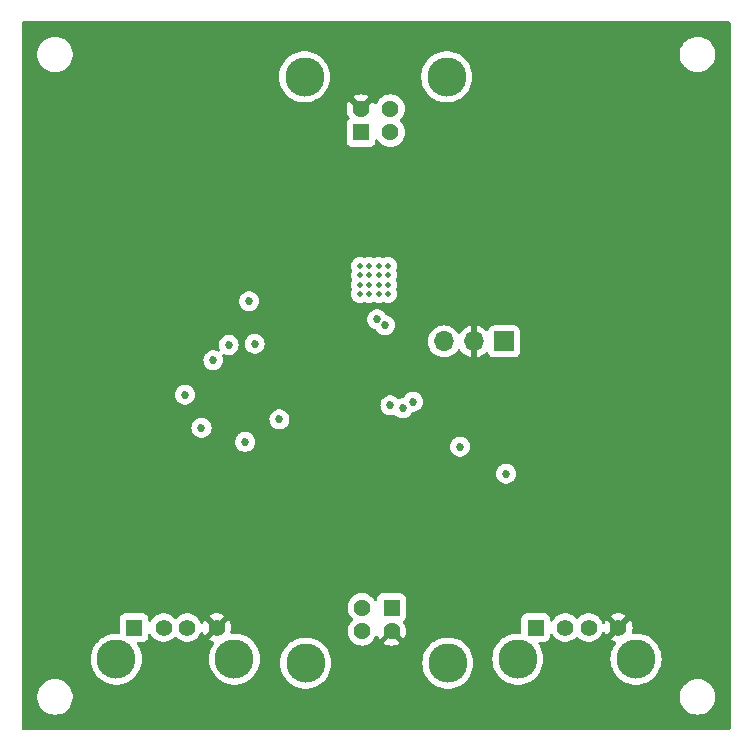
<source format=gbr>
%TF.GenerationSoftware,KiCad,Pcbnew,(7.0.0)*%
%TF.CreationDate,2023-04-25T20:48:09-05:00*%
%TF.ProjectId,GP2040-CE Planter,47503230-3430-42d4-9345-20506c616e74,rev?*%
%TF.SameCoordinates,Original*%
%TF.FileFunction,Copper,L3,Inr*%
%TF.FilePolarity,Positive*%
%FSLAX46Y46*%
G04 Gerber Fmt 4.6, Leading zero omitted, Abs format (unit mm)*
G04 Created by KiCad (PCBNEW (7.0.0)) date 2023-04-25 20:48:09*
%MOMM*%
%LPD*%
G01*
G04 APERTURE LIST*
%TA.AperFunction,ComponentPad*%
%ADD10R,1.428000X1.428000*%
%TD*%
%TA.AperFunction,ComponentPad*%
%ADD11C,1.428000*%
%TD*%
%TA.AperFunction,ComponentPad*%
%ADD12C,3.316000*%
%TD*%
%TA.AperFunction,ComponentPad*%
%ADD13R,1.700000X1.700000*%
%TD*%
%TA.AperFunction,ComponentPad*%
%ADD14O,1.700000X1.700000*%
%TD*%
%TA.AperFunction,ComponentPad*%
%ADD15R,1.408000X1.408000*%
%TD*%
%TA.AperFunction,ComponentPad*%
%ADD16C,1.408000*%
%TD*%
%TA.AperFunction,ComponentPad*%
%ADD17C,0.508000*%
%TD*%
%TA.AperFunction,ViaPad*%
%ADD18C,0.685800*%
%TD*%
G04 APERTURE END LIST*
D10*
%TO.N,/DN_2_VBUS*%
%TO.C,J3*%
X139290749Y-67629999D03*
D11*
%TO.N,/DB-*%
X136790750Y-67630000D03*
%TO.N,/DB+*%
X136790750Y-69630000D03*
%TO.N,GND*%
X139290750Y-69630000D03*
D12*
%TO.N,Earth*%
X132020750Y-72340000D03*
X144060750Y-72340000D03*
%TD*%
D13*
%TO.N,/SEL*%
%TO.C,J4*%
X148824999Y-45099999D03*
D14*
%TO.N,GND*%
X146284999Y-45099999D03*
%TO.N,/OEN*%
X143744999Y-45099999D03*
%TD*%
D15*
%TO.N,/DN_2_VBUS*%
%TO.C,J5*%
X151487499Y-69329999D03*
D16*
%TO.N,/DN_2_D-*%
X153987500Y-69330000D03*
%TO.N,/DN_2_D+*%
X155987500Y-69330000D03*
%TO.N,GND*%
X158487500Y-69330000D03*
D12*
%TO.N,Earth*%
X149987500Y-72000000D03*
X159987500Y-72000000D03*
%TD*%
D17*
%TO.N,N/C*%
%TO.C,U2*%
X136618900Y-38718900D03*
X136618900Y-39506300D03*
X136618900Y-40293700D03*
X136618900Y-41081100D03*
X137406300Y-38718900D03*
X137406300Y-39506300D03*
X137406300Y-40293700D03*
X137406300Y-41081100D03*
X138193700Y-38718900D03*
X138193700Y-39506300D03*
X138193700Y-40293700D03*
X138193700Y-41081100D03*
X138981100Y-38718900D03*
X138981100Y-39506300D03*
X138981100Y-40293700D03*
X138981100Y-41081100D03*
%TD*%
D12*
%TO.N,Earth*%
%TO.C,J1*%
X131930000Y-22690000D03*
X143970000Y-22690000D03*
D11*
%TO.N,GND*%
X136700000Y-25400000D03*
%TO.N,/UP_D+*%
X139200000Y-25400000D03*
%TO.N,/UP_D-*%
X139200000Y-27400000D03*
D10*
%TO.N,VBUS*%
X136699999Y-27399999D03*
%TD*%
D12*
%TO.N,Earth*%
%TO.C,J2*%
X125987500Y-72000000D03*
X115987500Y-72000000D03*
D16*
%TO.N,GND*%
X124487500Y-69330000D03*
%TO.N,/DN_1_D+*%
X121987500Y-69330000D03*
%TO.N,/DN_1_D-*%
X119987500Y-69330000D03*
D15*
%TO.N,/DN_1_VBUS*%
X117487499Y-69329999D03*
%TD*%
D18*
%TO.N,GND*%
X141500000Y-53100000D03*
X133600000Y-53700000D03*
X134500000Y-33900000D03*
X137600000Y-32600000D03*
X123800000Y-53900000D03*
X129100000Y-45700000D03*
%TO.N,+3.3V*%
X127246000Y-41700000D03*
X123200000Y-52400000D03*
X129800000Y-51700000D03*
X145100000Y-54000000D03*
X140226471Y-50770348D03*
%TO.N,/OVERCUR2_N*%
X138746836Y-43735178D03*
X121800000Y-49600000D03*
%TO.N,/PWRCTL2_BATEN2*%
X124200000Y-46700000D03*
X138077025Y-43232089D03*
%TO.N,/PWRCTL1_BATEN1*%
X125500000Y-45400000D03*
X127700000Y-45300000D03*
%TO.N,/DN_2_VBUS*%
X149000000Y-56300000D03*
X126900000Y-53600000D03*
%TO.N,GND*%
X139500000Y-54500000D03*
%TO.N,/SEL*%
X141100000Y-50200000D03*
%TO.N,/OEN*%
X139200000Y-50500000D03*
%TD*%
%TA.AperFunction,Conductor*%
%TO.N,GND*%
G36*
X167937500Y-18017113D02*
G01*
X167982887Y-18062500D01*
X167999500Y-18124500D01*
X167999500Y-77875500D01*
X167982887Y-77937500D01*
X167937500Y-77982887D01*
X167875500Y-77999500D01*
X108124500Y-77999500D01*
X108062500Y-77982887D01*
X108017113Y-77937500D01*
X108000500Y-77875500D01*
X108000500Y-75324335D01*
X109299500Y-75324335D01*
X109300343Y-75329387D01*
X109300344Y-75329398D01*
X109338952Y-75560768D01*
X109340429Y-75569614D01*
X109342093Y-75574461D01*
X109342094Y-75574465D01*
X109419507Y-75799962D01*
X109419510Y-75799969D01*
X109421172Y-75804810D01*
X109423607Y-75809310D01*
X109423610Y-75809316D01*
X109537084Y-76018997D01*
X109539526Y-76023509D01*
X109692262Y-76219744D01*
X109696029Y-76223211D01*
X109696032Y-76223215D01*
X109871439Y-76384688D01*
X109875215Y-76388164D01*
X109974057Y-76452740D01*
X110079099Y-76521368D01*
X110079102Y-76521369D01*
X110083393Y-76524173D01*
X110311119Y-76624063D01*
X110552179Y-76685108D01*
X110737933Y-76700500D01*
X110859497Y-76700500D01*
X110862067Y-76700500D01*
X111047821Y-76685108D01*
X111288881Y-76624063D01*
X111516607Y-76524173D01*
X111724785Y-76388164D01*
X111907738Y-76219744D01*
X112060474Y-76023509D01*
X112178828Y-75804810D01*
X112259571Y-75569614D01*
X112300500Y-75324335D01*
X163699500Y-75324335D01*
X163700343Y-75329387D01*
X163700344Y-75329398D01*
X163738952Y-75560768D01*
X163740429Y-75569614D01*
X163742093Y-75574461D01*
X163742094Y-75574465D01*
X163819507Y-75799962D01*
X163819510Y-75799969D01*
X163821172Y-75804810D01*
X163823607Y-75809310D01*
X163823610Y-75809316D01*
X163937084Y-76018997D01*
X163939526Y-76023509D01*
X164092262Y-76219744D01*
X164096029Y-76223211D01*
X164096032Y-76223215D01*
X164271439Y-76384688D01*
X164275215Y-76388164D01*
X164374057Y-76452740D01*
X164479099Y-76521368D01*
X164479102Y-76521369D01*
X164483393Y-76524173D01*
X164711119Y-76624063D01*
X164952179Y-76685108D01*
X165137933Y-76700500D01*
X165259497Y-76700500D01*
X165262067Y-76700500D01*
X165447821Y-76685108D01*
X165688881Y-76624063D01*
X165916607Y-76524173D01*
X166124785Y-76388164D01*
X166307738Y-76219744D01*
X166460474Y-76023509D01*
X166578828Y-75804810D01*
X166659571Y-75569614D01*
X166700500Y-75324335D01*
X166700500Y-75075665D01*
X166659571Y-74830386D01*
X166578828Y-74595190D01*
X166460474Y-74376491D01*
X166307738Y-74180256D01*
X166303970Y-74176787D01*
X166303967Y-74176784D01*
X166128560Y-74015311D01*
X166128559Y-74015310D01*
X166124785Y-74011836D01*
X166116885Y-74006675D01*
X165920900Y-73878631D01*
X165920893Y-73878627D01*
X165916607Y-73875827D01*
X165911916Y-73873769D01*
X165911910Y-73873766D01*
X165693577Y-73777997D01*
X165693578Y-73777997D01*
X165688881Y-73775937D01*
X165683911Y-73774678D01*
X165683910Y-73774678D01*
X165452795Y-73716151D01*
X165452788Y-73716149D01*
X165447821Y-73714892D01*
X165442709Y-73714468D01*
X165442701Y-73714467D01*
X165264633Y-73699712D01*
X165264617Y-73699711D01*
X165262067Y-73699500D01*
X165137933Y-73699500D01*
X165135383Y-73699711D01*
X165135366Y-73699712D01*
X164957298Y-73714467D01*
X164957288Y-73714468D01*
X164952179Y-73714892D01*
X164947213Y-73716149D01*
X164947204Y-73716151D01*
X164716089Y-73774678D01*
X164716084Y-73774679D01*
X164711119Y-73775937D01*
X164706425Y-73777995D01*
X164706422Y-73777997D01*
X164488089Y-73873766D01*
X164488077Y-73873772D01*
X164483393Y-73875827D01*
X164479111Y-73878624D01*
X164479099Y-73878631D01*
X164279512Y-74009028D01*
X164279506Y-74009031D01*
X164275215Y-74011836D01*
X164271446Y-74015305D01*
X164271439Y-74015311D01*
X164096032Y-74176784D01*
X164096023Y-74176793D01*
X164092262Y-74180256D01*
X164089113Y-74184301D01*
X164089111Y-74184304D01*
X163942678Y-74372440D01*
X163942672Y-74372448D01*
X163939526Y-74376491D01*
X163937088Y-74380995D01*
X163937084Y-74381002D01*
X163823610Y-74590683D01*
X163823605Y-74590693D01*
X163821172Y-74595190D01*
X163819511Y-74600026D01*
X163819507Y-74600037D01*
X163742094Y-74825534D01*
X163742092Y-74825541D01*
X163740429Y-74830386D01*
X163739585Y-74835441D01*
X163739585Y-74835443D01*
X163700344Y-75070601D01*
X163700343Y-75070613D01*
X163699500Y-75075665D01*
X163699500Y-75324335D01*
X112300500Y-75324335D01*
X112300500Y-75075665D01*
X112259571Y-74830386D01*
X112178828Y-74595190D01*
X112060474Y-74376491D01*
X111907738Y-74180256D01*
X111903970Y-74176787D01*
X111903967Y-74176784D01*
X111728560Y-74015311D01*
X111728559Y-74015310D01*
X111724785Y-74011836D01*
X111716885Y-74006675D01*
X111520900Y-73878631D01*
X111520893Y-73878627D01*
X111516607Y-73875827D01*
X111511916Y-73873769D01*
X111511910Y-73873766D01*
X111293577Y-73777997D01*
X111293578Y-73777997D01*
X111288881Y-73775937D01*
X111283911Y-73774678D01*
X111283910Y-73774678D01*
X111052795Y-73716151D01*
X111052788Y-73716149D01*
X111047821Y-73714892D01*
X111042709Y-73714468D01*
X111042701Y-73714467D01*
X110864633Y-73699712D01*
X110864617Y-73699711D01*
X110862067Y-73699500D01*
X110737933Y-73699500D01*
X110735383Y-73699711D01*
X110735366Y-73699712D01*
X110557298Y-73714467D01*
X110557288Y-73714468D01*
X110552179Y-73714892D01*
X110547213Y-73716149D01*
X110547204Y-73716151D01*
X110316089Y-73774678D01*
X110316084Y-73774679D01*
X110311119Y-73775937D01*
X110306425Y-73777995D01*
X110306422Y-73777997D01*
X110088089Y-73873766D01*
X110088077Y-73873772D01*
X110083393Y-73875827D01*
X110079111Y-73878624D01*
X110079099Y-73878631D01*
X109879512Y-74009028D01*
X109879506Y-74009031D01*
X109875215Y-74011836D01*
X109871446Y-74015305D01*
X109871439Y-74015311D01*
X109696032Y-74176784D01*
X109696023Y-74176793D01*
X109692262Y-74180256D01*
X109689113Y-74184301D01*
X109689111Y-74184304D01*
X109542678Y-74372440D01*
X109542672Y-74372448D01*
X109539526Y-74376491D01*
X109537088Y-74380995D01*
X109537084Y-74381002D01*
X109423610Y-74590683D01*
X109423605Y-74590693D01*
X109421172Y-74595190D01*
X109419511Y-74600026D01*
X109419507Y-74600037D01*
X109342094Y-74825534D01*
X109342092Y-74825541D01*
X109340429Y-74830386D01*
X109339585Y-74835441D01*
X109339585Y-74835443D01*
X109300344Y-75070601D01*
X109300343Y-75070613D01*
X109299500Y-75075665D01*
X109299500Y-75324335D01*
X108000500Y-75324335D01*
X108000500Y-72000000D01*
X113823956Y-72000000D01*
X113844107Y-72294603D01*
X113844968Y-72298750D01*
X113844970Y-72298759D01*
X113903322Y-72579560D01*
X113904186Y-72583717D01*
X113905604Y-72587709D01*
X113905607Y-72587717D01*
X114001652Y-72857961D01*
X114003073Y-72861958D01*
X114138926Y-73124143D01*
X114141372Y-73127608D01*
X114306769Y-73361924D01*
X114306773Y-73361929D01*
X114309214Y-73365387D01*
X114510766Y-73581196D01*
X114739827Y-73767550D01*
X114992129Y-73920979D01*
X115262973Y-74038623D01*
X115547314Y-74118292D01*
X115839855Y-74158500D01*
X116130907Y-74158500D01*
X116135145Y-74158500D01*
X116427686Y-74118292D01*
X116712027Y-74038623D01*
X116982871Y-73920979D01*
X117235173Y-73767550D01*
X117464234Y-73581196D01*
X117665786Y-73365387D01*
X117836074Y-73124143D01*
X117971927Y-72861958D01*
X118070814Y-72583717D01*
X118130893Y-72294603D01*
X118151044Y-72000000D01*
X123823956Y-72000000D01*
X123844107Y-72294603D01*
X123844968Y-72298750D01*
X123844970Y-72298759D01*
X123903322Y-72579560D01*
X123904186Y-72583717D01*
X123905604Y-72587709D01*
X123905607Y-72587717D01*
X124001652Y-72857961D01*
X124003073Y-72861958D01*
X124138926Y-73124143D01*
X124141372Y-73127608D01*
X124306769Y-73361924D01*
X124306773Y-73361929D01*
X124309214Y-73365387D01*
X124510766Y-73581196D01*
X124739827Y-73767550D01*
X124992129Y-73920979D01*
X125262973Y-74038623D01*
X125547314Y-74118292D01*
X125839855Y-74158500D01*
X126130907Y-74158500D01*
X126135145Y-74158500D01*
X126427686Y-74118292D01*
X126712027Y-74038623D01*
X126982871Y-73920979D01*
X127235173Y-73767550D01*
X127464234Y-73581196D01*
X127665786Y-73365387D01*
X127836074Y-73124143D01*
X127971927Y-72861958D01*
X128070814Y-72583717D01*
X128121459Y-72340000D01*
X129857206Y-72340000D01*
X129877357Y-72634603D01*
X129878218Y-72638750D01*
X129878220Y-72638759D01*
X129924602Y-72861958D01*
X129937436Y-72923717D01*
X129938854Y-72927709D01*
X129938857Y-72927717D01*
X130034902Y-73197961D01*
X130036323Y-73201958D01*
X130038270Y-73205716D01*
X130038272Y-73205720D01*
X130121005Y-73365387D01*
X130172176Y-73464143D01*
X130174622Y-73467608D01*
X130340019Y-73701924D01*
X130340023Y-73701929D01*
X130342464Y-73705387D01*
X130544016Y-73921196D01*
X130547297Y-73923865D01*
X130547300Y-73923868D01*
X130688354Y-74038623D01*
X130773077Y-74107550D01*
X131025379Y-74260979D01*
X131029264Y-74262666D01*
X131029265Y-74262667D01*
X131291314Y-74376491D01*
X131296223Y-74378623D01*
X131580564Y-74458292D01*
X131873105Y-74498500D01*
X132164157Y-74498500D01*
X132168395Y-74498500D01*
X132460936Y-74458292D01*
X132745277Y-74378623D01*
X133016121Y-74260979D01*
X133268423Y-74107550D01*
X133497484Y-73921196D01*
X133699036Y-73705387D01*
X133869324Y-73464143D01*
X134005177Y-73201958D01*
X134104064Y-72923717D01*
X134164143Y-72634603D01*
X134184294Y-72340000D01*
X141897206Y-72340000D01*
X141917357Y-72634603D01*
X141918218Y-72638750D01*
X141918220Y-72638759D01*
X141964602Y-72861958D01*
X141977436Y-72923717D01*
X141978854Y-72927709D01*
X141978857Y-72927717D01*
X142074902Y-73197961D01*
X142076323Y-73201958D01*
X142078270Y-73205716D01*
X142078272Y-73205720D01*
X142161005Y-73365387D01*
X142212176Y-73464143D01*
X142214622Y-73467608D01*
X142380019Y-73701924D01*
X142380023Y-73701929D01*
X142382464Y-73705387D01*
X142584016Y-73921196D01*
X142587297Y-73923865D01*
X142587300Y-73923868D01*
X142728354Y-74038623D01*
X142813077Y-74107550D01*
X143065379Y-74260979D01*
X143069264Y-74262666D01*
X143069265Y-74262667D01*
X143331314Y-74376491D01*
X143336223Y-74378623D01*
X143620564Y-74458292D01*
X143913105Y-74498500D01*
X144204157Y-74498500D01*
X144208395Y-74498500D01*
X144500936Y-74458292D01*
X144785277Y-74378623D01*
X145056121Y-74260979D01*
X145308423Y-74107550D01*
X145537484Y-73921196D01*
X145739036Y-73705387D01*
X145909324Y-73464143D01*
X146045177Y-73201958D01*
X146144064Y-72923717D01*
X146204143Y-72634603D01*
X146224294Y-72340000D01*
X146204143Y-72045397D01*
X146194709Y-72000000D01*
X147823956Y-72000000D01*
X147844107Y-72294603D01*
X147844968Y-72298750D01*
X147844970Y-72298759D01*
X147903322Y-72579560D01*
X147904186Y-72583717D01*
X147905604Y-72587709D01*
X147905607Y-72587717D01*
X148001652Y-72857961D01*
X148003073Y-72861958D01*
X148138926Y-73124143D01*
X148141372Y-73127608D01*
X148306769Y-73361924D01*
X148306773Y-73361929D01*
X148309214Y-73365387D01*
X148510766Y-73581196D01*
X148739827Y-73767550D01*
X148992129Y-73920979D01*
X149262973Y-74038623D01*
X149547314Y-74118292D01*
X149839855Y-74158500D01*
X150130907Y-74158500D01*
X150135145Y-74158500D01*
X150427686Y-74118292D01*
X150712027Y-74038623D01*
X150982871Y-73920979D01*
X151235173Y-73767550D01*
X151464234Y-73581196D01*
X151665786Y-73365387D01*
X151836074Y-73124143D01*
X151971927Y-72861958D01*
X152070814Y-72583717D01*
X152130893Y-72294603D01*
X152151044Y-72000000D01*
X157823956Y-72000000D01*
X157844107Y-72294603D01*
X157844968Y-72298750D01*
X157844970Y-72298759D01*
X157903322Y-72579560D01*
X157904186Y-72583717D01*
X157905604Y-72587709D01*
X157905607Y-72587717D01*
X158001652Y-72857961D01*
X158003073Y-72861958D01*
X158138926Y-73124143D01*
X158141372Y-73127608D01*
X158306769Y-73361924D01*
X158306773Y-73361929D01*
X158309214Y-73365387D01*
X158510766Y-73581196D01*
X158739827Y-73767550D01*
X158992129Y-73920979D01*
X159262973Y-74038623D01*
X159547314Y-74118292D01*
X159839855Y-74158500D01*
X160130907Y-74158500D01*
X160135145Y-74158500D01*
X160427686Y-74118292D01*
X160712027Y-74038623D01*
X160982871Y-73920979D01*
X161235173Y-73767550D01*
X161464234Y-73581196D01*
X161665786Y-73365387D01*
X161836074Y-73124143D01*
X161971927Y-72861958D01*
X162070814Y-72583717D01*
X162130893Y-72294603D01*
X162151044Y-72000000D01*
X162130893Y-71705397D01*
X162070814Y-71416283D01*
X161971927Y-71138042D01*
X161836074Y-70875857D01*
X161674497Y-70646954D01*
X161668230Y-70638075D01*
X161668228Y-70638072D01*
X161665786Y-70634613D01*
X161464234Y-70418804D01*
X161460952Y-70416134D01*
X161460949Y-70416131D01*
X161238455Y-70235120D01*
X161238454Y-70235119D01*
X161235173Y-70232450D01*
X160982871Y-70079021D01*
X160978991Y-70077335D01*
X160978984Y-70077332D01*
X160715908Y-69963062D01*
X160715898Y-69963058D01*
X160712027Y-69961377D01*
X160699111Y-69957758D01*
X160431760Y-69882849D01*
X160431753Y-69882847D01*
X160427686Y-69881708D01*
X160423494Y-69881131D01*
X160423490Y-69881131D01*
X160139344Y-69842077D01*
X160139342Y-69842076D01*
X160135145Y-69841500D01*
X159839855Y-69841500D01*
X159835661Y-69842076D01*
X159835652Y-69842077D01*
X159771848Y-69850846D01*
X159711333Y-69844071D01*
X159661340Y-69809305D01*
X159633925Y-69754933D01*
X159635699Y-69694066D01*
X159674501Y-69557693D01*
X159676598Y-69546474D01*
X159696129Y-69335709D01*
X159696129Y-69324291D01*
X159676598Y-69113525D01*
X159674500Y-69102303D01*
X159616577Y-68898725D01*
X159612446Y-68888061D01*
X159518107Y-68698601D01*
X159512086Y-68688877D01*
X159509934Y-68686027D01*
X159498806Y-68677758D01*
X159486641Y-68684411D01*
X157841183Y-70329869D01*
X157835253Y-70339323D01*
X157843190Y-70347168D01*
X157943660Y-70409377D01*
X157953873Y-70414463D01*
X158151250Y-70490927D01*
X158162236Y-70494053D01*
X158189765Y-70499199D01*
X158245429Y-70525057D01*
X158281873Y-70574441D01*
X158290169Y-70635254D01*
X158268285Y-70692596D01*
X158141372Y-70872391D01*
X158141368Y-70872396D01*
X158138926Y-70875857D01*
X158136980Y-70879611D01*
X158136976Y-70879619D01*
X158005022Y-71134279D01*
X158005017Y-71134288D01*
X158003073Y-71138042D01*
X158001656Y-71142027D01*
X158001652Y-71142038D01*
X157905607Y-71412282D01*
X157905603Y-71412294D01*
X157904186Y-71416283D01*
X157903323Y-71420433D01*
X157903322Y-71420439D01*
X157844970Y-71701240D01*
X157844968Y-71701251D01*
X157844107Y-71705397D01*
X157843818Y-71709621D01*
X157843817Y-71709629D01*
X157840900Y-71752282D01*
X157823956Y-72000000D01*
X152151044Y-72000000D01*
X152130893Y-71705397D01*
X152070814Y-71416283D01*
X151971927Y-71138042D01*
X151836074Y-70875857D01*
X151733121Y-70730006D01*
X151710715Y-70666961D01*
X151724328Y-70601451D01*
X151769998Y-70552551D01*
X151834426Y-70534499D01*
X152236061Y-70534499D01*
X152239372Y-70534499D01*
X152298983Y-70528091D01*
X152433831Y-70477796D01*
X152549046Y-70391546D01*
X152635296Y-70276331D01*
X152685591Y-70141483D01*
X152692000Y-70081873D01*
X152691999Y-69957754D01*
X152709383Y-69894440D01*
X152756663Y-69848875D01*
X152820580Y-69833842D01*
X152883213Y-69853554D01*
X152926999Y-69902485D01*
X152959026Y-69966804D01*
X152962478Y-69971375D01*
X153090092Y-70140365D01*
X153090097Y-70140370D01*
X153093550Y-70144943D01*
X153097786Y-70148804D01*
X153097790Y-70148809D01*
X153191964Y-70234659D01*
X153258517Y-70295330D01*
X153263387Y-70298345D01*
X153263388Y-70298346D01*
X153268283Y-70301377D01*
X153448308Y-70412843D01*
X153656461Y-70493482D01*
X153875887Y-70534500D01*
X154093384Y-70534500D01*
X154099113Y-70534500D01*
X154318539Y-70493482D01*
X154526692Y-70412843D01*
X154716483Y-70295330D01*
X154881450Y-70144943D01*
X154888547Y-70135543D01*
X154932227Y-70099272D01*
X154987500Y-70086272D01*
X155042773Y-70099272D01*
X155086452Y-70135543D01*
X155093550Y-70144943D01*
X155097784Y-70148803D01*
X155097787Y-70148806D01*
X155133651Y-70181500D01*
X155258517Y-70295330D01*
X155263387Y-70298345D01*
X155263388Y-70298346D01*
X155268283Y-70301377D01*
X155448308Y-70412843D01*
X155656461Y-70493482D01*
X155875887Y-70534500D01*
X156093384Y-70534500D01*
X156099113Y-70534500D01*
X156318539Y-70493482D01*
X156526692Y-70412843D01*
X156716483Y-70295330D01*
X156881450Y-70144943D01*
X157015974Y-69966804D01*
X157115474Y-69766980D01*
X157118492Y-69756372D01*
X157150885Y-69701819D01*
X157206025Y-69670429D01*
X157269474Y-69670424D01*
X157324620Y-69701806D01*
X157357023Y-69756357D01*
X157358423Y-69761276D01*
X157362553Y-69771938D01*
X157456898Y-69961409D01*
X157462905Y-69971111D01*
X157465063Y-69973969D01*
X157476193Y-69982240D01*
X157488357Y-69975587D01*
X158122403Y-69341542D01*
X158129067Y-69330000D01*
X158122403Y-69318457D01*
X157488359Y-68684413D01*
X157476192Y-68677758D01*
X157465064Y-68686028D01*
X157462903Y-68688890D01*
X157456898Y-68698590D01*
X157362553Y-68888061D01*
X157358421Y-68898726D01*
X157357022Y-68903645D01*
X157324618Y-68958195D01*
X157269474Y-68989575D01*
X157206026Y-68989570D01*
X157150886Y-68958181D01*
X157118492Y-68903628D01*
X157115474Y-68893020D01*
X157015974Y-68693196D01*
X156940635Y-68593431D01*
X156884907Y-68519634D01*
X156884903Y-68519630D01*
X156881450Y-68515057D01*
X156877213Y-68511194D01*
X156877209Y-68511190D01*
X156737324Y-68383669D01*
X156716483Y-68364670D01*
X156711613Y-68361655D01*
X156711611Y-68361653D01*
X156645429Y-68320675D01*
X157835254Y-68320675D01*
X157841184Y-68330130D01*
X158475957Y-68964903D01*
X158487500Y-68971567D01*
X158499042Y-68964903D01*
X159133814Y-68330130D01*
X159139744Y-68320675D01*
X159131809Y-68312830D01*
X159031339Y-68250622D01*
X159021126Y-68245536D01*
X158823749Y-68169072D01*
X158812764Y-68165947D01*
X158604696Y-68127052D01*
X158593338Y-68126000D01*
X158381662Y-68126000D01*
X158370303Y-68127052D01*
X158162235Y-68165947D01*
X158151250Y-68169072D01*
X157953874Y-68245536D01*
X157943657Y-68250624D01*
X157843191Y-68312829D01*
X157835254Y-68320675D01*
X156645429Y-68320675D01*
X156583526Y-68282347D01*
X156526692Y-68247157D01*
X156518566Y-68244009D01*
X156323886Y-68168589D01*
X156323881Y-68168587D01*
X156318539Y-68166518D01*
X156312901Y-68165464D01*
X156104742Y-68126552D01*
X156104739Y-68126551D01*
X156099113Y-68125500D01*
X155875887Y-68125500D01*
X155870261Y-68126551D01*
X155870257Y-68126552D01*
X155662098Y-68165464D01*
X155662095Y-68165464D01*
X155656461Y-68166518D01*
X155651121Y-68168586D01*
X155651113Y-68168589D01*
X155453650Y-68245087D01*
X155453645Y-68245089D01*
X155448308Y-68247157D01*
X155443436Y-68250173D01*
X155443433Y-68250175D01*
X155263388Y-68361653D01*
X155263380Y-68361658D01*
X155258517Y-68364670D01*
X155254286Y-68368526D01*
X155254282Y-68368530D01*
X155097790Y-68511190D01*
X155097780Y-68511200D01*
X155093550Y-68515057D01*
X155090096Y-68519630D01*
X155090093Y-68519634D01*
X155086452Y-68524456D01*
X155042770Y-68560727D01*
X154987500Y-68573726D01*
X154932230Y-68560727D01*
X154888548Y-68524456D01*
X154884906Y-68519634D01*
X154881450Y-68515057D01*
X154877213Y-68511194D01*
X154877209Y-68511190D01*
X154737324Y-68383669D01*
X154716483Y-68364670D01*
X154711613Y-68361655D01*
X154711611Y-68361653D01*
X154583526Y-68282347D01*
X154526692Y-68247157D01*
X154518566Y-68244009D01*
X154323886Y-68168589D01*
X154323881Y-68168587D01*
X154318539Y-68166518D01*
X154312901Y-68165464D01*
X154104742Y-68126552D01*
X154104739Y-68126551D01*
X154099113Y-68125500D01*
X153875887Y-68125500D01*
X153870261Y-68126551D01*
X153870257Y-68126552D01*
X153662098Y-68165464D01*
X153662095Y-68165464D01*
X153656461Y-68166518D01*
X153651121Y-68168586D01*
X153651113Y-68168589D01*
X153453650Y-68245087D01*
X153453645Y-68245089D01*
X153448308Y-68247157D01*
X153443436Y-68250173D01*
X153443433Y-68250175D01*
X153263388Y-68361653D01*
X153263380Y-68361658D01*
X153258517Y-68364670D01*
X153254286Y-68368526D01*
X153254282Y-68368530D01*
X153097790Y-68511190D01*
X153097780Y-68511200D01*
X153093550Y-68515057D01*
X153090101Y-68519623D01*
X153090092Y-68519634D01*
X152962478Y-68688624D01*
X152962475Y-68688628D01*
X152959026Y-68693196D01*
X152956471Y-68698326D01*
X152956471Y-68698327D01*
X152926999Y-68757515D01*
X152883214Y-68806447D01*
X152820581Y-68826159D01*
X152756664Y-68811126D01*
X152709384Y-68765562D01*
X152691999Y-68702244D01*
X152691999Y-68581439D01*
X152691999Y-68578128D01*
X152685591Y-68518517D01*
X152635296Y-68383669D01*
X152549046Y-68268454D01*
X152524628Y-68250175D01*
X152440931Y-68187519D01*
X152440930Y-68187518D01*
X152433831Y-68182204D01*
X152298983Y-68131909D01*
X152291270Y-68131079D01*
X152291267Y-68131079D01*
X152242680Y-68125855D01*
X152242669Y-68125854D01*
X152239373Y-68125500D01*
X152236050Y-68125500D01*
X150738939Y-68125500D01*
X150738920Y-68125500D01*
X150735628Y-68125501D01*
X150732350Y-68125853D01*
X150732338Y-68125854D01*
X150683731Y-68131079D01*
X150683725Y-68131080D01*
X150676017Y-68131909D01*
X150668752Y-68134618D01*
X150668746Y-68134620D01*
X150549480Y-68179104D01*
X150549478Y-68179104D01*
X150541169Y-68182204D01*
X150534072Y-68187516D01*
X150534068Y-68187519D01*
X150433050Y-68263141D01*
X150433046Y-68263144D01*
X150425954Y-68268454D01*
X150420644Y-68275546D01*
X150420641Y-68275550D01*
X150345019Y-68376568D01*
X150345016Y-68376572D01*
X150339704Y-68383669D01*
X150336604Y-68391978D01*
X150336604Y-68391980D01*
X150292120Y-68511247D01*
X150292119Y-68511250D01*
X150289409Y-68518517D01*
X150288579Y-68526227D01*
X150288579Y-68526232D01*
X150283355Y-68574819D01*
X150283354Y-68574831D01*
X150283000Y-68578127D01*
X150283000Y-68581449D01*
X150283000Y-69719613D01*
X150263454Y-69786436D01*
X150210979Y-69832192D01*
X150143574Y-69842240D01*
X150143566Y-69842366D01*
X150142996Y-69842327D01*
X150142118Y-69842458D01*
X150139349Y-69842077D01*
X150139337Y-69842076D01*
X150135145Y-69841500D01*
X149839855Y-69841500D01*
X149835658Y-69842076D01*
X149835655Y-69842077D01*
X149551509Y-69881131D01*
X149551502Y-69881132D01*
X149547314Y-69881708D01*
X149543249Y-69882846D01*
X149543239Y-69882849D01*
X149267044Y-69960236D01*
X149267039Y-69960237D01*
X149262973Y-69961377D01*
X149259106Y-69963056D01*
X149259091Y-69963062D01*
X148996015Y-70077332D01*
X148996002Y-70077338D01*
X148992129Y-70079021D01*
X148988518Y-70081216D01*
X148988510Y-70081221D01*
X148743439Y-70230253D01*
X148743434Y-70230256D01*
X148739827Y-70232450D01*
X148736552Y-70235114D01*
X148736544Y-70235120D01*
X148514050Y-70416131D01*
X148514039Y-70416140D01*
X148510766Y-70418804D01*
X148507887Y-70421886D01*
X148507878Y-70421895D01*
X148312102Y-70631520D01*
X148312097Y-70631525D01*
X148309214Y-70634613D01*
X148306778Y-70638063D01*
X148306769Y-70638075D01*
X148141372Y-70872391D01*
X148141368Y-70872396D01*
X148138926Y-70875857D01*
X148136980Y-70879611D01*
X148136976Y-70879619D01*
X148005022Y-71134279D01*
X148005017Y-71134288D01*
X148003073Y-71138042D01*
X148001656Y-71142027D01*
X148001652Y-71142038D01*
X147905607Y-71412282D01*
X147905603Y-71412294D01*
X147904186Y-71416283D01*
X147903323Y-71420433D01*
X147903322Y-71420439D01*
X147844970Y-71701240D01*
X147844968Y-71701251D01*
X147844107Y-71705397D01*
X147843818Y-71709621D01*
X147843817Y-71709629D01*
X147840900Y-71752282D01*
X147823956Y-72000000D01*
X146194709Y-72000000D01*
X146144064Y-71756283D01*
X146045177Y-71478042D01*
X145909324Y-71215857D01*
X145739036Y-70974613D01*
X145554051Y-70776543D01*
X145540371Y-70761895D01*
X145540369Y-70761893D01*
X145537484Y-70758804D01*
X145534202Y-70756134D01*
X145534199Y-70756131D01*
X145311705Y-70575120D01*
X145311704Y-70575119D01*
X145308423Y-70572450D01*
X145056121Y-70419021D01*
X145052241Y-70417335D01*
X145052234Y-70417332D01*
X144789158Y-70303062D01*
X144789148Y-70303058D01*
X144785277Y-70301377D01*
X144781205Y-70300236D01*
X144505010Y-70222849D01*
X144505003Y-70222847D01*
X144500936Y-70221708D01*
X144496744Y-70221131D01*
X144496740Y-70221131D01*
X144212594Y-70182077D01*
X144212592Y-70182076D01*
X144208395Y-70181500D01*
X143913105Y-70181500D01*
X143908908Y-70182076D01*
X143908905Y-70182077D01*
X143624759Y-70221131D01*
X143624752Y-70221132D01*
X143620564Y-70221708D01*
X143616499Y-70222846D01*
X143616489Y-70222849D01*
X143340294Y-70300236D01*
X143340289Y-70300237D01*
X143336223Y-70301377D01*
X143332356Y-70303056D01*
X143332341Y-70303062D01*
X143069265Y-70417332D01*
X143069252Y-70417338D01*
X143065379Y-70419021D01*
X143061768Y-70421216D01*
X143061760Y-70421221D01*
X142816689Y-70570253D01*
X142816684Y-70570256D01*
X142813077Y-70572450D01*
X142809802Y-70575114D01*
X142809794Y-70575120D01*
X142587300Y-70756131D01*
X142587289Y-70756140D01*
X142584016Y-70758804D01*
X142581137Y-70761886D01*
X142581128Y-70761895D01*
X142385352Y-70971520D01*
X142385347Y-70971525D01*
X142382464Y-70974613D01*
X142380028Y-70978063D01*
X142380019Y-70978075D01*
X142214622Y-71212391D01*
X142214618Y-71212396D01*
X142212176Y-71215857D01*
X142210230Y-71219611D01*
X142210226Y-71219619D01*
X142078272Y-71474279D01*
X142078267Y-71474288D01*
X142076323Y-71478042D01*
X142074906Y-71482027D01*
X142074902Y-71482038D01*
X141978857Y-71752282D01*
X141978853Y-71752294D01*
X141977436Y-71756283D01*
X141976573Y-71760433D01*
X141976572Y-71760439D01*
X141918220Y-72041240D01*
X141918218Y-72041251D01*
X141917357Y-72045397D01*
X141917068Y-72049621D01*
X141917067Y-72049629D01*
X141900601Y-72290370D01*
X141897206Y-72340000D01*
X134184294Y-72340000D01*
X134164143Y-72045397D01*
X134104064Y-71756283D01*
X134005177Y-71478042D01*
X133869324Y-71215857D01*
X133699036Y-70974613D01*
X133514051Y-70776543D01*
X133500371Y-70761895D01*
X133500369Y-70761893D01*
X133497484Y-70758804D01*
X133494202Y-70756134D01*
X133494199Y-70756131D01*
X133271705Y-70575120D01*
X133271704Y-70575119D01*
X133268423Y-70572450D01*
X133016121Y-70419021D01*
X133012241Y-70417335D01*
X133012234Y-70417332D01*
X132749158Y-70303062D01*
X132749148Y-70303058D01*
X132745277Y-70301377D01*
X132741205Y-70300236D01*
X132465010Y-70222849D01*
X132465003Y-70222847D01*
X132460936Y-70221708D01*
X132456744Y-70221131D01*
X132456740Y-70221131D01*
X132172594Y-70182077D01*
X132172592Y-70182076D01*
X132168395Y-70181500D01*
X131873105Y-70181500D01*
X131868908Y-70182076D01*
X131868905Y-70182077D01*
X131584759Y-70221131D01*
X131584752Y-70221132D01*
X131580564Y-70221708D01*
X131576499Y-70222846D01*
X131576489Y-70222849D01*
X131300294Y-70300236D01*
X131300289Y-70300237D01*
X131296223Y-70301377D01*
X131292356Y-70303056D01*
X131292341Y-70303062D01*
X131029265Y-70417332D01*
X131029252Y-70417338D01*
X131025379Y-70419021D01*
X131021768Y-70421216D01*
X131021760Y-70421221D01*
X130776689Y-70570253D01*
X130776684Y-70570256D01*
X130773077Y-70572450D01*
X130769802Y-70575114D01*
X130769794Y-70575120D01*
X130547300Y-70756131D01*
X130547289Y-70756140D01*
X130544016Y-70758804D01*
X130541137Y-70761886D01*
X130541128Y-70761895D01*
X130345352Y-70971520D01*
X130345347Y-70971525D01*
X130342464Y-70974613D01*
X130340028Y-70978063D01*
X130340019Y-70978075D01*
X130174622Y-71212391D01*
X130174618Y-71212396D01*
X130172176Y-71215857D01*
X130170230Y-71219611D01*
X130170226Y-71219619D01*
X130038272Y-71474279D01*
X130038267Y-71474288D01*
X130036323Y-71478042D01*
X130034906Y-71482027D01*
X130034902Y-71482038D01*
X129938857Y-71752282D01*
X129938853Y-71752294D01*
X129937436Y-71756283D01*
X129936573Y-71760433D01*
X129936572Y-71760439D01*
X129878220Y-72041240D01*
X129878218Y-72041251D01*
X129877357Y-72045397D01*
X129877068Y-72049621D01*
X129877067Y-72049629D01*
X129860601Y-72290370D01*
X129857206Y-72340000D01*
X128121459Y-72340000D01*
X128130893Y-72294603D01*
X128151044Y-72000000D01*
X128130893Y-71705397D01*
X128070814Y-71416283D01*
X127971927Y-71138042D01*
X127836074Y-70875857D01*
X127674497Y-70646954D01*
X127668230Y-70638075D01*
X127668228Y-70638072D01*
X127665786Y-70634613D01*
X127464234Y-70418804D01*
X127460952Y-70416134D01*
X127460949Y-70416131D01*
X127238455Y-70235120D01*
X127238454Y-70235119D01*
X127235173Y-70232450D01*
X126982871Y-70079021D01*
X126978991Y-70077335D01*
X126978984Y-70077332D01*
X126715908Y-69963062D01*
X126715898Y-69963058D01*
X126712027Y-69961377D01*
X126699111Y-69957758D01*
X126431760Y-69882849D01*
X126431753Y-69882847D01*
X126427686Y-69881708D01*
X126423494Y-69881131D01*
X126423490Y-69881131D01*
X126139344Y-69842077D01*
X126139342Y-69842076D01*
X126135145Y-69841500D01*
X125839855Y-69841500D01*
X125835661Y-69842076D01*
X125835652Y-69842077D01*
X125771848Y-69850846D01*
X125711333Y-69844071D01*
X125661340Y-69809305D01*
X125633925Y-69754933D01*
X125635699Y-69694066D01*
X125653928Y-69630000D01*
X135571611Y-69630000D01*
X135572083Y-69635395D01*
X135589659Y-69836302D01*
X135589660Y-69836309D01*
X135590132Y-69841701D01*
X135591531Y-69846922D01*
X135591533Y-69846933D01*
X135643689Y-70041576D01*
X135645134Y-70046970D01*
X135647418Y-70051869D01*
X135647421Y-70051876D01*
X135726347Y-70221131D01*
X135734945Y-70239570D01*
X135738051Y-70244007D01*
X135738053Y-70244009D01*
X135798173Y-70329869D01*
X135856835Y-70413647D01*
X136007103Y-70563915D01*
X136181180Y-70685805D01*
X136373780Y-70775616D01*
X136526312Y-70816487D01*
X136573816Y-70829216D01*
X136573818Y-70829216D01*
X136579049Y-70830618D01*
X136790750Y-70849139D01*
X137002451Y-70830618D01*
X137207720Y-70775616D01*
X137400320Y-70685805D01*
X137455805Y-70646954D01*
X138630717Y-70646954D01*
X138638148Y-70655063D01*
X138676990Y-70682261D01*
X138686347Y-70687663D01*
X138869048Y-70772857D01*
X138879173Y-70776543D01*
X139073903Y-70828720D01*
X139084535Y-70830595D01*
X139285355Y-70848165D01*
X139296145Y-70848165D01*
X139496964Y-70830595D01*
X139507596Y-70828720D01*
X139702326Y-70776543D01*
X139712451Y-70772857D01*
X139895156Y-70687661D01*
X139904509Y-70682261D01*
X139943347Y-70655066D01*
X139950780Y-70646953D01*
X139944867Y-70637671D01*
X139302292Y-69995095D01*
X139290750Y-69988431D01*
X139279207Y-69995095D01*
X138636631Y-70637671D01*
X138630717Y-70646954D01*
X137455805Y-70646954D01*
X137574397Y-70563915D01*
X137724665Y-70413647D01*
X137846555Y-70239570D01*
X137928644Y-70063528D01*
X137974401Y-70011353D01*
X138041026Y-69991934D01*
X138107651Y-70011354D01*
X138153408Y-70063530D01*
X138233089Y-70234408D01*
X138238486Y-70243756D01*
X138265683Y-70282597D01*
X138273795Y-70290030D01*
X138283077Y-70284117D01*
X139203068Y-69364127D01*
X139258655Y-69332033D01*
X139322843Y-69332033D01*
X139378430Y-69364127D01*
X140298421Y-70284117D01*
X140307703Y-70290030D01*
X140315816Y-70282597D01*
X140343011Y-70243759D01*
X140348411Y-70234406D01*
X140433607Y-70051701D01*
X140437293Y-70041576D01*
X140489470Y-69846846D01*
X140491345Y-69836214D01*
X140508915Y-69635395D01*
X140508915Y-69624605D01*
X140491345Y-69423785D01*
X140489470Y-69413153D01*
X140437293Y-69218423D01*
X140433607Y-69208299D01*
X140348409Y-69025589D01*
X140343016Y-69016247D01*
X140273973Y-68917644D01*
X140252141Y-68858634D01*
X140262082Y-68796505D01*
X140301238Y-68747254D01*
X140355197Y-68706860D01*
X140362296Y-68701546D01*
X140448546Y-68586331D01*
X140498841Y-68451483D01*
X140505250Y-68391873D01*
X140505249Y-66868128D01*
X140498841Y-66808517D01*
X140448546Y-66673669D01*
X140362296Y-66558454D01*
X140247081Y-66472204D01*
X140176715Y-66445959D01*
X140119502Y-66424620D01*
X140119500Y-66424619D01*
X140112233Y-66421909D01*
X140104520Y-66421079D01*
X140104517Y-66421079D01*
X140055930Y-66415855D01*
X140055919Y-66415854D01*
X140052623Y-66415500D01*
X140049300Y-66415500D01*
X138532189Y-66415500D01*
X138532170Y-66415500D01*
X138528878Y-66415501D01*
X138525600Y-66415853D01*
X138525588Y-66415854D01*
X138476981Y-66421079D01*
X138476975Y-66421080D01*
X138469267Y-66421909D01*
X138462002Y-66424618D01*
X138461996Y-66424620D01*
X138342730Y-66469104D01*
X138342728Y-66469104D01*
X138334419Y-66472204D01*
X138327322Y-66477516D01*
X138327318Y-66477519D01*
X138226300Y-66553141D01*
X138226296Y-66553144D01*
X138219204Y-66558454D01*
X138213894Y-66565546D01*
X138213891Y-66565550D01*
X138138269Y-66666568D01*
X138138266Y-66666572D01*
X138132954Y-66673669D01*
X138129854Y-66681978D01*
X138129854Y-66681980D01*
X138085370Y-66801247D01*
X138085369Y-66801250D01*
X138082659Y-66808517D01*
X138081829Y-66816227D01*
X138081829Y-66816232D01*
X138076605Y-66864819D01*
X138076604Y-66864831D01*
X138076250Y-66868127D01*
X138076250Y-66871448D01*
X138076250Y-66871449D01*
X138076250Y-66956444D01*
X138059637Y-67018444D01*
X138014250Y-67063831D01*
X137952250Y-67080444D01*
X137890250Y-67063831D01*
X137846728Y-67020309D01*
X137846555Y-67020431D01*
X137724665Y-66846353D01*
X137574397Y-66696085D01*
X137400320Y-66574195D01*
X137381781Y-66565550D01*
X137212626Y-66486671D01*
X137212619Y-66486668D01*
X137207720Y-66484384D01*
X137202493Y-66482983D01*
X137202492Y-66482983D01*
X137007683Y-66430783D01*
X137007672Y-66430781D01*
X137002451Y-66429382D01*
X136997059Y-66428910D01*
X136997052Y-66428909D01*
X136796145Y-66411333D01*
X136790750Y-66410861D01*
X136785355Y-66411333D01*
X136584447Y-66428909D01*
X136584438Y-66428910D01*
X136579049Y-66429382D01*
X136573828Y-66430780D01*
X136573816Y-66430783D01*
X136379007Y-66482983D01*
X136379002Y-66482984D01*
X136373780Y-66484384D01*
X136368884Y-66486666D01*
X136368873Y-66486671D01*
X136186091Y-66571905D01*
X136186087Y-66571907D01*
X136181181Y-66574195D01*
X136176748Y-66577298D01*
X136176741Y-66577303D01*
X136011538Y-66692979D01*
X136011533Y-66692982D01*
X136007103Y-66696085D01*
X136003279Y-66699908D01*
X136003273Y-66699914D01*
X135860664Y-66842523D01*
X135860658Y-66842529D01*
X135856835Y-66846353D01*
X135853732Y-66850783D01*
X135853729Y-66850788D01*
X135738053Y-67015991D01*
X135738050Y-67015996D01*
X135734945Y-67020431D01*
X135732657Y-67025337D01*
X135732655Y-67025341D01*
X135647421Y-67208123D01*
X135647416Y-67208134D01*
X135645134Y-67213030D01*
X135643734Y-67218252D01*
X135643733Y-67218257D01*
X135591533Y-67413066D01*
X135591530Y-67413078D01*
X135590132Y-67418299D01*
X135589660Y-67423688D01*
X135589659Y-67423697D01*
X135572310Y-67622001D01*
X135571611Y-67630000D01*
X135572083Y-67635395D01*
X135589659Y-67836302D01*
X135589660Y-67836309D01*
X135590132Y-67841701D01*
X135591531Y-67846922D01*
X135591533Y-67846933D01*
X135643733Y-68041742D01*
X135645134Y-68046970D01*
X135647418Y-68051869D01*
X135647421Y-68051876D01*
X135708195Y-68182204D01*
X135734945Y-68239570D01*
X135738051Y-68244006D01*
X135738053Y-68244009D01*
X135755170Y-68268454D01*
X135856835Y-68413647D01*
X135860664Y-68417476D01*
X135985507Y-68542319D01*
X136017601Y-68597906D01*
X136017601Y-68662094D01*
X135985507Y-68717681D01*
X135860664Y-68842523D01*
X135860658Y-68842529D01*
X135856835Y-68846353D01*
X135853732Y-68850783D01*
X135853729Y-68850788D01*
X135738053Y-69015991D01*
X135738048Y-69015998D01*
X135734945Y-69020431D01*
X135732657Y-69025337D01*
X135732655Y-69025341D01*
X135647421Y-69208123D01*
X135647416Y-69208134D01*
X135645134Y-69213030D01*
X135643734Y-69218252D01*
X135643733Y-69218257D01*
X135591533Y-69413066D01*
X135591530Y-69413078D01*
X135590132Y-69418299D01*
X135589660Y-69423688D01*
X135589659Y-69423697D01*
X135578918Y-69546474D01*
X135571611Y-69630000D01*
X125653928Y-69630000D01*
X125674501Y-69557693D01*
X125676598Y-69546474D01*
X125696129Y-69335709D01*
X125696129Y-69324291D01*
X125676598Y-69113525D01*
X125674500Y-69102303D01*
X125616577Y-68898725D01*
X125612446Y-68888061D01*
X125518107Y-68698601D01*
X125512086Y-68688877D01*
X125509934Y-68686027D01*
X125498806Y-68677758D01*
X125486641Y-68684411D01*
X123841183Y-70329869D01*
X123835253Y-70339323D01*
X123843190Y-70347168D01*
X123943660Y-70409377D01*
X123953873Y-70414463D01*
X124151250Y-70490927D01*
X124162236Y-70494053D01*
X124189765Y-70499199D01*
X124245429Y-70525057D01*
X124281873Y-70574441D01*
X124290169Y-70635254D01*
X124268285Y-70692596D01*
X124141372Y-70872391D01*
X124141368Y-70872396D01*
X124138926Y-70875857D01*
X124136980Y-70879611D01*
X124136976Y-70879619D01*
X124005022Y-71134279D01*
X124005017Y-71134288D01*
X124003073Y-71138042D01*
X124001656Y-71142027D01*
X124001652Y-71142038D01*
X123905607Y-71412282D01*
X123905603Y-71412294D01*
X123904186Y-71416283D01*
X123903323Y-71420433D01*
X123903322Y-71420439D01*
X123844970Y-71701240D01*
X123844968Y-71701251D01*
X123844107Y-71705397D01*
X123843818Y-71709621D01*
X123843817Y-71709629D01*
X123840900Y-71752282D01*
X123823956Y-72000000D01*
X118151044Y-72000000D01*
X118130893Y-71705397D01*
X118070814Y-71416283D01*
X117971927Y-71138042D01*
X117836074Y-70875857D01*
X117733121Y-70730006D01*
X117710715Y-70666961D01*
X117724328Y-70601451D01*
X117769998Y-70552551D01*
X117834426Y-70534499D01*
X118236061Y-70534499D01*
X118239372Y-70534499D01*
X118298983Y-70528091D01*
X118433831Y-70477796D01*
X118549046Y-70391546D01*
X118635296Y-70276331D01*
X118685591Y-70141483D01*
X118692000Y-70081873D01*
X118691999Y-69957754D01*
X118709383Y-69894440D01*
X118756663Y-69848875D01*
X118820580Y-69833842D01*
X118883213Y-69853554D01*
X118926999Y-69902485D01*
X118959026Y-69966804D01*
X118962478Y-69971375D01*
X119090092Y-70140365D01*
X119090097Y-70140370D01*
X119093550Y-70144943D01*
X119097786Y-70148804D01*
X119097790Y-70148809D01*
X119191964Y-70234659D01*
X119258517Y-70295330D01*
X119263387Y-70298345D01*
X119263388Y-70298346D01*
X119268283Y-70301377D01*
X119448308Y-70412843D01*
X119656461Y-70493482D01*
X119875887Y-70534500D01*
X120093384Y-70534500D01*
X120099113Y-70534500D01*
X120318539Y-70493482D01*
X120526692Y-70412843D01*
X120716483Y-70295330D01*
X120881450Y-70144943D01*
X120888547Y-70135543D01*
X120932227Y-70099272D01*
X120987500Y-70086272D01*
X121042773Y-70099272D01*
X121086452Y-70135543D01*
X121093550Y-70144943D01*
X121097784Y-70148803D01*
X121097787Y-70148806D01*
X121133651Y-70181500D01*
X121258517Y-70295330D01*
X121263387Y-70298345D01*
X121263388Y-70298346D01*
X121268283Y-70301377D01*
X121448308Y-70412843D01*
X121656461Y-70493482D01*
X121875887Y-70534500D01*
X122093384Y-70534500D01*
X122099113Y-70534500D01*
X122318539Y-70493482D01*
X122526692Y-70412843D01*
X122716483Y-70295330D01*
X122881450Y-70144943D01*
X123015974Y-69966804D01*
X123115474Y-69766980D01*
X123118492Y-69756372D01*
X123150885Y-69701819D01*
X123206025Y-69670429D01*
X123269474Y-69670424D01*
X123324620Y-69701806D01*
X123357023Y-69756357D01*
X123358423Y-69761276D01*
X123362553Y-69771938D01*
X123456898Y-69961409D01*
X123462905Y-69971111D01*
X123465063Y-69973969D01*
X123476193Y-69982240D01*
X123488357Y-69975587D01*
X124122403Y-69341542D01*
X124129067Y-69330000D01*
X124122403Y-69318457D01*
X123488359Y-68684413D01*
X123476192Y-68677758D01*
X123465064Y-68686028D01*
X123462903Y-68688890D01*
X123456898Y-68698590D01*
X123362553Y-68888061D01*
X123358421Y-68898726D01*
X123357022Y-68903645D01*
X123324618Y-68958195D01*
X123269474Y-68989575D01*
X123206026Y-68989570D01*
X123150886Y-68958181D01*
X123118492Y-68903628D01*
X123115474Y-68893020D01*
X123015974Y-68693196D01*
X122940635Y-68593431D01*
X122884907Y-68519634D01*
X122884903Y-68519630D01*
X122881450Y-68515057D01*
X122877213Y-68511194D01*
X122877209Y-68511190D01*
X122737324Y-68383669D01*
X122716483Y-68364670D01*
X122711613Y-68361655D01*
X122711611Y-68361653D01*
X122645429Y-68320675D01*
X123835254Y-68320675D01*
X123841184Y-68330130D01*
X124475957Y-68964903D01*
X124487500Y-68971567D01*
X124499042Y-68964903D01*
X125133814Y-68330130D01*
X125139744Y-68320675D01*
X125131809Y-68312830D01*
X125031339Y-68250622D01*
X125021126Y-68245536D01*
X124823749Y-68169072D01*
X124812764Y-68165947D01*
X124604696Y-68127052D01*
X124593338Y-68126000D01*
X124381662Y-68126000D01*
X124370303Y-68127052D01*
X124162235Y-68165947D01*
X124151250Y-68169072D01*
X123953874Y-68245536D01*
X123943657Y-68250624D01*
X123843191Y-68312829D01*
X123835254Y-68320675D01*
X122645429Y-68320675D01*
X122583526Y-68282347D01*
X122526692Y-68247157D01*
X122518566Y-68244009D01*
X122323886Y-68168589D01*
X122323881Y-68168587D01*
X122318539Y-68166518D01*
X122312901Y-68165464D01*
X122104742Y-68126552D01*
X122104739Y-68126551D01*
X122099113Y-68125500D01*
X121875887Y-68125500D01*
X121870261Y-68126551D01*
X121870257Y-68126552D01*
X121662098Y-68165464D01*
X121662095Y-68165464D01*
X121656461Y-68166518D01*
X121651121Y-68168586D01*
X121651113Y-68168589D01*
X121453650Y-68245087D01*
X121453645Y-68245089D01*
X121448308Y-68247157D01*
X121443436Y-68250173D01*
X121443433Y-68250175D01*
X121263388Y-68361653D01*
X121263380Y-68361658D01*
X121258517Y-68364670D01*
X121254286Y-68368526D01*
X121254282Y-68368530D01*
X121097790Y-68511190D01*
X121097780Y-68511200D01*
X121093550Y-68515057D01*
X121090096Y-68519630D01*
X121090093Y-68519634D01*
X121086452Y-68524456D01*
X121042770Y-68560727D01*
X120987500Y-68573726D01*
X120932230Y-68560727D01*
X120888548Y-68524456D01*
X120884906Y-68519634D01*
X120881450Y-68515057D01*
X120877213Y-68511194D01*
X120877209Y-68511190D01*
X120737324Y-68383669D01*
X120716483Y-68364670D01*
X120711613Y-68361655D01*
X120711611Y-68361653D01*
X120583526Y-68282347D01*
X120526692Y-68247157D01*
X120518566Y-68244009D01*
X120323886Y-68168589D01*
X120323881Y-68168587D01*
X120318539Y-68166518D01*
X120312901Y-68165464D01*
X120104742Y-68126552D01*
X120104739Y-68126551D01*
X120099113Y-68125500D01*
X119875887Y-68125500D01*
X119870261Y-68126551D01*
X119870257Y-68126552D01*
X119662098Y-68165464D01*
X119662095Y-68165464D01*
X119656461Y-68166518D01*
X119651121Y-68168586D01*
X119651113Y-68168589D01*
X119453650Y-68245087D01*
X119453645Y-68245089D01*
X119448308Y-68247157D01*
X119443436Y-68250173D01*
X119443433Y-68250175D01*
X119263388Y-68361653D01*
X119263380Y-68361658D01*
X119258517Y-68364670D01*
X119254286Y-68368526D01*
X119254282Y-68368530D01*
X119097790Y-68511190D01*
X119097780Y-68511200D01*
X119093550Y-68515057D01*
X119090101Y-68519623D01*
X119090092Y-68519634D01*
X118962478Y-68688624D01*
X118962475Y-68688628D01*
X118959026Y-68693196D01*
X118956471Y-68698326D01*
X118956471Y-68698327D01*
X118926999Y-68757515D01*
X118883214Y-68806447D01*
X118820581Y-68826159D01*
X118756664Y-68811126D01*
X118709384Y-68765562D01*
X118691999Y-68702244D01*
X118691999Y-68581439D01*
X118691999Y-68578128D01*
X118685591Y-68518517D01*
X118635296Y-68383669D01*
X118549046Y-68268454D01*
X118524628Y-68250175D01*
X118440931Y-68187519D01*
X118440930Y-68187518D01*
X118433831Y-68182204D01*
X118298983Y-68131909D01*
X118291270Y-68131079D01*
X118291267Y-68131079D01*
X118242680Y-68125855D01*
X118242669Y-68125854D01*
X118239373Y-68125500D01*
X118236050Y-68125500D01*
X116738939Y-68125500D01*
X116738920Y-68125500D01*
X116735628Y-68125501D01*
X116732350Y-68125853D01*
X116732338Y-68125854D01*
X116683731Y-68131079D01*
X116683725Y-68131080D01*
X116676017Y-68131909D01*
X116668752Y-68134618D01*
X116668746Y-68134620D01*
X116549480Y-68179104D01*
X116549478Y-68179104D01*
X116541169Y-68182204D01*
X116534072Y-68187516D01*
X116534068Y-68187519D01*
X116433050Y-68263141D01*
X116433046Y-68263144D01*
X116425954Y-68268454D01*
X116420644Y-68275546D01*
X116420641Y-68275550D01*
X116345019Y-68376568D01*
X116345016Y-68376572D01*
X116339704Y-68383669D01*
X116336604Y-68391978D01*
X116336604Y-68391980D01*
X116292120Y-68511247D01*
X116292119Y-68511250D01*
X116289409Y-68518517D01*
X116288579Y-68526227D01*
X116288579Y-68526232D01*
X116283355Y-68574819D01*
X116283354Y-68574831D01*
X116283000Y-68578127D01*
X116283000Y-68581449D01*
X116283000Y-69719613D01*
X116263454Y-69786436D01*
X116210979Y-69832192D01*
X116143574Y-69842240D01*
X116143566Y-69842366D01*
X116142996Y-69842327D01*
X116142118Y-69842458D01*
X116139349Y-69842077D01*
X116139337Y-69842076D01*
X116135145Y-69841500D01*
X115839855Y-69841500D01*
X115835658Y-69842076D01*
X115835655Y-69842077D01*
X115551509Y-69881131D01*
X115551502Y-69881132D01*
X115547314Y-69881708D01*
X115543249Y-69882846D01*
X115543239Y-69882849D01*
X115267044Y-69960236D01*
X115267039Y-69960237D01*
X115262973Y-69961377D01*
X115259106Y-69963056D01*
X115259091Y-69963062D01*
X114996015Y-70077332D01*
X114996002Y-70077338D01*
X114992129Y-70079021D01*
X114988518Y-70081216D01*
X114988510Y-70081221D01*
X114743439Y-70230253D01*
X114743434Y-70230256D01*
X114739827Y-70232450D01*
X114736552Y-70235114D01*
X114736544Y-70235120D01*
X114514050Y-70416131D01*
X114514039Y-70416140D01*
X114510766Y-70418804D01*
X114507887Y-70421886D01*
X114507878Y-70421895D01*
X114312102Y-70631520D01*
X114312097Y-70631525D01*
X114309214Y-70634613D01*
X114306778Y-70638063D01*
X114306769Y-70638075D01*
X114141372Y-70872391D01*
X114141368Y-70872396D01*
X114138926Y-70875857D01*
X114136980Y-70879611D01*
X114136976Y-70879619D01*
X114005022Y-71134279D01*
X114005017Y-71134288D01*
X114003073Y-71138042D01*
X114001656Y-71142027D01*
X114001652Y-71142038D01*
X113905607Y-71412282D01*
X113905603Y-71412294D01*
X113904186Y-71416283D01*
X113903323Y-71420433D01*
X113903322Y-71420439D01*
X113844970Y-71701240D01*
X113844968Y-71701251D01*
X113844107Y-71705397D01*
X113843818Y-71709621D01*
X113843817Y-71709629D01*
X113840900Y-71752282D01*
X113823956Y-72000000D01*
X108000500Y-72000000D01*
X108000500Y-56300000D01*
X148151954Y-56300000D01*
X148152633Y-56306460D01*
X148169806Y-56469857D01*
X148169807Y-56469864D01*
X148170486Y-56476319D01*
X148225271Y-56644931D01*
X148313916Y-56798469D01*
X148432546Y-56930221D01*
X148575977Y-57034429D01*
X148737939Y-57106540D01*
X148911355Y-57143400D01*
X149082142Y-57143400D01*
X149088645Y-57143400D01*
X149262061Y-57106540D01*
X149424023Y-57034429D01*
X149567454Y-56930221D01*
X149686084Y-56798469D01*
X149774729Y-56644931D01*
X149829514Y-56476319D01*
X149848046Y-56300000D01*
X149829514Y-56123681D01*
X149774729Y-55955069D01*
X149686084Y-55801531D01*
X149567454Y-55669779D01*
X149562196Y-55665959D01*
X149562194Y-55665957D01*
X149429281Y-55569391D01*
X149429280Y-55569390D01*
X149424023Y-55565571D01*
X149418085Y-55562927D01*
X149268003Y-55496105D01*
X149267998Y-55496103D01*
X149262061Y-55493460D01*
X149255705Y-55492109D01*
X149255699Y-55492107D01*
X149095008Y-55457952D01*
X149095003Y-55457951D01*
X149088645Y-55456600D01*
X148911355Y-55456600D01*
X148904997Y-55457951D01*
X148904991Y-55457952D01*
X148744300Y-55492107D01*
X148744291Y-55492109D01*
X148737939Y-55493460D01*
X148732004Y-55496102D01*
X148731996Y-55496105D01*
X148581914Y-55562927D01*
X148581909Y-55562929D01*
X148575977Y-55565571D01*
X148570723Y-55569387D01*
X148570718Y-55569391D01*
X148437805Y-55665957D01*
X148437798Y-55665962D01*
X148432546Y-55669779D01*
X148428201Y-55674604D01*
X148428196Y-55674609D01*
X148318263Y-55796703D01*
X148313916Y-55801531D01*
X148310671Y-55807151D01*
X148310667Y-55807157D01*
X148228519Y-55949442D01*
X148228516Y-55949447D01*
X148225271Y-55955069D01*
X148223265Y-55961241D01*
X148223263Y-55961247D01*
X148172494Y-56117500D01*
X148170486Y-56123681D01*
X148169807Y-56130133D01*
X148169806Y-56130142D01*
X148153035Y-56289709D01*
X148151954Y-56300000D01*
X108000500Y-56300000D01*
X108000500Y-53600000D01*
X126051954Y-53600000D01*
X126052633Y-53606460D01*
X126069806Y-53769857D01*
X126069807Y-53769864D01*
X126070486Y-53776319D01*
X126125271Y-53944931D01*
X126213916Y-54098469D01*
X126332546Y-54230221D01*
X126475977Y-54334429D01*
X126637939Y-54406540D01*
X126811355Y-54443400D01*
X126982142Y-54443400D01*
X126988645Y-54443400D01*
X127162061Y-54406540D01*
X127324023Y-54334429D01*
X127467454Y-54230221D01*
X127586084Y-54098469D01*
X127642935Y-54000000D01*
X144251954Y-54000000D01*
X144252633Y-54006460D01*
X144269806Y-54169857D01*
X144269807Y-54169864D01*
X144270486Y-54176319D01*
X144272494Y-54182499D01*
X144321858Y-54334429D01*
X144325271Y-54344931D01*
X144413916Y-54498469D01*
X144532546Y-54630221D01*
X144675977Y-54734429D01*
X144837939Y-54806540D01*
X145011355Y-54843400D01*
X145182142Y-54843400D01*
X145188645Y-54843400D01*
X145362061Y-54806540D01*
X145524023Y-54734429D01*
X145667454Y-54630221D01*
X145786084Y-54498469D01*
X145874729Y-54344931D01*
X145929514Y-54176319D01*
X145948046Y-54000000D01*
X145929514Y-53823681D01*
X145874729Y-53655069D01*
X145786084Y-53501531D01*
X145667454Y-53369779D01*
X145662196Y-53365959D01*
X145662194Y-53365957D01*
X145529281Y-53269391D01*
X145529280Y-53269390D01*
X145524023Y-53265571D01*
X145518085Y-53262927D01*
X145368003Y-53196105D01*
X145367998Y-53196103D01*
X145362061Y-53193460D01*
X145355705Y-53192109D01*
X145355699Y-53192107D01*
X145195008Y-53157952D01*
X145195003Y-53157951D01*
X145188645Y-53156600D01*
X145011355Y-53156600D01*
X145004997Y-53157951D01*
X145004991Y-53157952D01*
X144844300Y-53192107D01*
X144844291Y-53192109D01*
X144837939Y-53193460D01*
X144832004Y-53196102D01*
X144831996Y-53196105D01*
X144681914Y-53262927D01*
X144681909Y-53262929D01*
X144675977Y-53265571D01*
X144670723Y-53269387D01*
X144670718Y-53269391D01*
X144537805Y-53365957D01*
X144537798Y-53365962D01*
X144532546Y-53369779D01*
X144528201Y-53374604D01*
X144528196Y-53374609D01*
X144418263Y-53496703D01*
X144413916Y-53501531D01*
X144410671Y-53507151D01*
X144410667Y-53507157D01*
X144328519Y-53649442D01*
X144328516Y-53649447D01*
X144325271Y-53655069D01*
X144323265Y-53661241D01*
X144323263Y-53661247D01*
X144272494Y-53817500D01*
X144270486Y-53823681D01*
X144269807Y-53830133D01*
X144269806Y-53830142D01*
X144253035Y-53989709D01*
X144251954Y-54000000D01*
X127642935Y-54000000D01*
X127674729Y-53944931D01*
X127729514Y-53776319D01*
X127748046Y-53600000D01*
X127729514Y-53423681D01*
X127674729Y-53255069D01*
X127586084Y-53101531D01*
X127467454Y-52969779D01*
X127462196Y-52965959D01*
X127462194Y-52965957D01*
X127329281Y-52869391D01*
X127329280Y-52869390D01*
X127324023Y-52865571D01*
X127318085Y-52862927D01*
X127168003Y-52796105D01*
X127167998Y-52796103D01*
X127162061Y-52793460D01*
X127155705Y-52792109D01*
X127155699Y-52792107D01*
X126995008Y-52757952D01*
X126995003Y-52757951D01*
X126988645Y-52756600D01*
X126811355Y-52756600D01*
X126804997Y-52757951D01*
X126804991Y-52757952D01*
X126644300Y-52792107D01*
X126644291Y-52792109D01*
X126637939Y-52793460D01*
X126632004Y-52796102D01*
X126631996Y-52796105D01*
X126481914Y-52862927D01*
X126481909Y-52862929D01*
X126475977Y-52865571D01*
X126470723Y-52869387D01*
X126470718Y-52869391D01*
X126337805Y-52965957D01*
X126337798Y-52965962D01*
X126332546Y-52969779D01*
X126328201Y-52974604D01*
X126328196Y-52974609D01*
X126274683Y-53034042D01*
X126213916Y-53101531D01*
X126210671Y-53107151D01*
X126210667Y-53107157D01*
X126128519Y-53249442D01*
X126128516Y-53249447D01*
X126125271Y-53255069D01*
X126123265Y-53261241D01*
X126123263Y-53261247D01*
X126086430Y-53374609D01*
X126070486Y-53423681D01*
X126069807Y-53430133D01*
X126069806Y-53430142D01*
X126061712Y-53507157D01*
X126051954Y-53600000D01*
X108000500Y-53600000D01*
X108000500Y-52400000D01*
X122351954Y-52400000D01*
X122352633Y-52406460D01*
X122369806Y-52569857D01*
X122369807Y-52569864D01*
X122370486Y-52576319D01*
X122425271Y-52744931D01*
X122428518Y-52750555D01*
X122428519Y-52750557D01*
X122432788Y-52757952D01*
X122513916Y-52898469D01*
X122632546Y-53030221D01*
X122775977Y-53134429D01*
X122937939Y-53206540D01*
X123111355Y-53243400D01*
X123282142Y-53243400D01*
X123288645Y-53243400D01*
X123462061Y-53206540D01*
X123624023Y-53134429D01*
X123767454Y-53030221D01*
X123886084Y-52898469D01*
X123974729Y-52744931D01*
X124029514Y-52576319D01*
X124048046Y-52400000D01*
X124029514Y-52223681D01*
X123974729Y-52055069D01*
X123886084Y-51901531D01*
X123767454Y-51769779D01*
X123762196Y-51765959D01*
X123762194Y-51765957D01*
X123671411Y-51700000D01*
X128951954Y-51700000D01*
X128952633Y-51706460D01*
X128969806Y-51869857D01*
X128969807Y-51869864D01*
X128970486Y-51876319D01*
X129025271Y-52044931D01*
X129113916Y-52198469D01*
X129232546Y-52330221D01*
X129375977Y-52434429D01*
X129537939Y-52506540D01*
X129711355Y-52543400D01*
X129882142Y-52543400D01*
X129888645Y-52543400D01*
X130062061Y-52506540D01*
X130224023Y-52434429D01*
X130367454Y-52330221D01*
X130486084Y-52198469D01*
X130574729Y-52044931D01*
X130629514Y-51876319D01*
X130648046Y-51700000D01*
X130629514Y-51523681D01*
X130574729Y-51355069D01*
X130486084Y-51201531D01*
X130367454Y-51069779D01*
X130362196Y-51065959D01*
X130362194Y-51065957D01*
X130229281Y-50969391D01*
X130229280Y-50969390D01*
X130224023Y-50965571D01*
X130218085Y-50962927D01*
X130068003Y-50896105D01*
X130067998Y-50896103D01*
X130062061Y-50893460D01*
X130055705Y-50892109D01*
X130055699Y-50892107D01*
X129895008Y-50857952D01*
X129895003Y-50857951D01*
X129888645Y-50856600D01*
X129711355Y-50856600D01*
X129704997Y-50857951D01*
X129704991Y-50857952D01*
X129544300Y-50892107D01*
X129544291Y-50892109D01*
X129537939Y-50893460D01*
X129532004Y-50896102D01*
X129531996Y-50896105D01*
X129381914Y-50962927D01*
X129381909Y-50962929D01*
X129375977Y-50965571D01*
X129370723Y-50969387D01*
X129370718Y-50969391D01*
X129237805Y-51065957D01*
X129237798Y-51065962D01*
X129232546Y-51069779D01*
X129228201Y-51074604D01*
X129228196Y-51074609D01*
X129174683Y-51134042D01*
X129113916Y-51201531D01*
X129110671Y-51207151D01*
X129110667Y-51207157D01*
X129028519Y-51349442D01*
X129028516Y-51349447D01*
X129025271Y-51355069D01*
X129023265Y-51361241D01*
X129023263Y-51361247D01*
X128976628Y-51504777D01*
X128970486Y-51523681D01*
X128969807Y-51530133D01*
X128969806Y-51530142D01*
X128955573Y-51665571D01*
X128951954Y-51700000D01*
X123671411Y-51700000D01*
X123629281Y-51669391D01*
X123629280Y-51669390D01*
X123624023Y-51665571D01*
X123618085Y-51662927D01*
X123468003Y-51596105D01*
X123467998Y-51596103D01*
X123462061Y-51593460D01*
X123455705Y-51592109D01*
X123455699Y-51592107D01*
X123295008Y-51557952D01*
X123295003Y-51557951D01*
X123288645Y-51556600D01*
X123111355Y-51556600D01*
X123104997Y-51557951D01*
X123104991Y-51557952D01*
X122944300Y-51592107D01*
X122944291Y-51592109D01*
X122937939Y-51593460D01*
X122932004Y-51596102D01*
X122931996Y-51596105D01*
X122781914Y-51662927D01*
X122781909Y-51662929D01*
X122775977Y-51665571D01*
X122770723Y-51669387D01*
X122770718Y-51669391D01*
X122637805Y-51765957D01*
X122637798Y-51765962D01*
X122632546Y-51769779D01*
X122628201Y-51774604D01*
X122628196Y-51774609D01*
X122542435Y-51869857D01*
X122513916Y-51901531D01*
X122510671Y-51907151D01*
X122510667Y-51907157D01*
X122428519Y-52049442D01*
X122428516Y-52049447D01*
X122425271Y-52055069D01*
X122423265Y-52061241D01*
X122423263Y-52061247D01*
X122377109Y-52203296D01*
X122370486Y-52223681D01*
X122369807Y-52230133D01*
X122369806Y-52230142D01*
X122353035Y-52389709D01*
X122351954Y-52400000D01*
X108000500Y-52400000D01*
X108000500Y-50500000D01*
X138351954Y-50500000D01*
X138352633Y-50506460D01*
X138369806Y-50669857D01*
X138369807Y-50669864D01*
X138370486Y-50676319D01*
X138372494Y-50682499D01*
X138418921Y-50825390D01*
X138425271Y-50844931D01*
X138428518Y-50850555D01*
X138428519Y-50850557D01*
X138478468Y-50937072D01*
X138513916Y-50998469D01*
X138632546Y-51130221D01*
X138775977Y-51234429D01*
X138937939Y-51306540D01*
X139111355Y-51343400D01*
X139282142Y-51343400D01*
X139288645Y-51343400D01*
X139462061Y-51306540D01*
X139468009Y-51303891D01*
X139471849Y-51302644D01*
X139518818Y-51296876D01*
X139564528Y-51309123D01*
X139602321Y-51337602D01*
X139659017Y-51400569D01*
X139802448Y-51504777D01*
X139964410Y-51576888D01*
X140137826Y-51613748D01*
X140308613Y-51613748D01*
X140315116Y-51613748D01*
X140488532Y-51576888D01*
X140650494Y-51504777D01*
X140793925Y-51400569D01*
X140912555Y-51268817D01*
X141001200Y-51115279D01*
X141001470Y-51114445D01*
X141026845Y-51078204D01*
X141066532Y-51052430D01*
X141112985Y-51043400D01*
X141182142Y-51043400D01*
X141188645Y-51043400D01*
X141362061Y-51006540D01*
X141524023Y-50934429D01*
X141667454Y-50830221D01*
X141786084Y-50698469D01*
X141874729Y-50544931D01*
X141929514Y-50376319D01*
X141948046Y-50200000D01*
X141929514Y-50023681D01*
X141874729Y-49855069D01*
X141786084Y-49701531D01*
X141667454Y-49569779D01*
X141662196Y-49565959D01*
X141662194Y-49565957D01*
X141529281Y-49469391D01*
X141529280Y-49469390D01*
X141524023Y-49465571D01*
X141518085Y-49462927D01*
X141368003Y-49396105D01*
X141367998Y-49396103D01*
X141362061Y-49393460D01*
X141355705Y-49392109D01*
X141355699Y-49392107D01*
X141195008Y-49357952D01*
X141195003Y-49357951D01*
X141188645Y-49356600D01*
X141011355Y-49356600D01*
X141004997Y-49357951D01*
X141004991Y-49357952D01*
X140844300Y-49392107D01*
X140844291Y-49392109D01*
X140837939Y-49393460D01*
X140832004Y-49396102D01*
X140831996Y-49396105D01*
X140681914Y-49462927D01*
X140681909Y-49462929D01*
X140675977Y-49465571D01*
X140670723Y-49469387D01*
X140670718Y-49469391D01*
X140537805Y-49565957D01*
X140537798Y-49565962D01*
X140532546Y-49569779D01*
X140528201Y-49574604D01*
X140528196Y-49574609D01*
X140418263Y-49696703D01*
X140413916Y-49701531D01*
X140410671Y-49707151D01*
X140410667Y-49707157D01*
X140328519Y-49849442D01*
X140328516Y-49849447D01*
X140325271Y-49855069D01*
X140325000Y-49855902D01*
X140299626Y-49892144D01*
X140259939Y-49917918D01*
X140213486Y-49926948D01*
X140137826Y-49926948D01*
X140131468Y-49928299D01*
X140131462Y-49928300D01*
X139970767Y-49962456D01*
X139970759Y-49962458D01*
X139964410Y-49963808D01*
X139958481Y-49966447D01*
X139954608Y-49967706D01*
X139907642Y-49973470D01*
X139861937Y-49961221D01*
X139824148Y-49932744D01*
X139771803Y-49874609D01*
X139771802Y-49874608D01*
X139767454Y-49869779D01*
X139762196Y-49865959D01*
X139762194Y-49865957D01*
X139629281Y-49769391D01*
X139629280Y-49769390D01*
X139624023Y-49765571D01*
X139618085Y-49762927D01*
X139468003Y-49696105D01*
X139467998Y-49696103D01*
X139462061Y-49693460D01*
X139455705Y-49692109D01*
X139455699Y-49692107D01*
X139295008Y-49657952D01*
X139295003Y-49657951D01*
X139288645Y-49656600D01*
X139111355Y-49656600D01*
X139104997Y-49657951D01*
X139104991Y-49657952D01*
X138944300Y-49692107D01*
X138944291Y-49692109D01*
X138937939Y-49693460D01*
X138932004Y-49696102D01*
X138931996Y-49696105D01*
X138781914Y-49762927D01*
X138781909Y-49762929D01*
X138775977Y-49765571D01*
X138770723Y-49769387D01*
X138770718Y-49769391D01*
X138637805Y-49865957D01*
X138637798Y-49865962D01*
X138632546Y-49869779D01*
X138628201Y-49874604D01*
X138628196Y-49874609D01*
X138559813Y-49950557D01*
X138513916Y-50001531D01*
X138510671Y-50007151D01*
X138510667Y-50007157D01*
X138428519Y-50149442D01*
X138428516Y-50149447D01*
X138425271Y-50155069D01*
X138423265Y-50161241D01*
X138423263Y-50161247D01*
X138399611Y-50234042D01*
X138370486Y-50323681D01*
X138369807Y-50330133D01*
X138369806Y-50330142D01*
X138362055Y-50403894D01*
X138351954Y-50500000D01*
X108000500Y-50500000D01*
X108000500Y-49600000D01*
X120951954Y-49600000D01*
X120952633Y-49606460D01*
X120969806Y-49769857D01*
X120969807Y-49769864D01*
X120970486Y-49776319D01*
X120972494Y-49782499D01*
X121008119Y-49892144D01*
X121025271Y-49944931D01*
X121028518Y-49950555D01*
X121028519Y-49950557D01*
X121067168Y-50017500D01*
X121113916Y-50098469D01*
X121164879Y-50155069D01*
X121211151Y-50206460D01*
X121232546Y-50230221D01*
X121375977Y-50334429D01*
X121537939Y-50406540D01*
X121711355Y-50443400D01*
X121882142Y-50443400D01*
X121888645Y-50443400D01*
X122062061Y-50406540D01*
X122224023Y-50334429D01*
X122367454Y-50230221D01*
X122486084Y-50098469D01*
X122574729Y-49944931D01*
X122629514Y-49776319D01*
X122648046Y-49600000D01*
X122629514Y-49423681D01*
X122574729Y-49255069D01*
X122486084Y-49101531D01*
X122367454Y-48969779D01*
X122362196Y-48965959D01*
X122362194Y-48965957D01*
X122229281Y-48869391D01*
X122229280Y-48869390D01*
X122224023Y-48865571D01*
X122218085Y-48862927D01*
X122068003Y-48796105D01*
X122067998Y-48796103D01*
X122062061Y-48793460D01*
X122055705Y-48792109D01*
X122055699Y-48792107D01*
X121895008Y-48757952D01*
X121895003Y-48757951D01*
X121888645Y-48756600D01*
X121711355Y-48756600D01*
X121704997Y-48757951D01*
X121704991Y-48757952D01*
X121544300Y-48792107D01*
X121544291Y-48792109D01*
X121537939Y-48793460D01*
X121532004Y-48796102D01*
X121531996Y-48796105D01*
X121381914Y-48862927D01*
X121381909Y-48862929D01*
X121375977Y-48865571D01*
X121370723Y-48869387D01*
X121370718Y-48869391D01*
X121237805Y-48965957D01*
X121237798Y-48965962D01*
X121232546Y-48969779D01*
X121228201Y-48974604D01*
X121228196Y-48974609D01*
X121118263Y-49096703D01*
X121113916Y-49101531D01*
X121110671Y-49107151D01*
X121110667Y-49107157D01*
X121028519Y-49249442D01*
X121028516Y-49249447D01*
X121025271Y-49255069D01*
X121023265Y-49261241D01*
X121023263Y-49261247D01*
X120980745Y-49392107D01*
X120970486Y-49423681D01*
X120969807Y-49430133D01*
X120969806Y-49430142D01*
X120955532Y-49565957D01*
X120951954Y-49600000D01*
X108000500Y-49600000D01*
X108000500Y-46700000D01*
X123351954Y-46700000D01*
X123352633Y-46706460D01*
X123369806Y-46869857D01*
X123369807Y-46869864D01*
X123370486Y-46876319D01*
X123425271Y-47044931D01*
X123513916Y-47198469D01*
X123632546Y-47330221D01*
X123775977Y-47434429D01*
X123937939Y-47506540D01*
X124111355Y-47543400D01*
X124282142Y-47543400D01*
X124288645Y-47543400D01*
X124462061Y-47506540D01*
X124624023Y-47434429D01*
X124767454Y-47330221D01*
X124886084Y-47198469D01*
X124974729Y-47044931D01*
X125029514Y-46876319D01*
X125048046Y-46700000D01*
X125029514Y-46523681D01*
X124974729Y-46355069D01*
X124959051Y-46327915D01*
X124942467Y-46268513D01*
X124956551Y-46208468D01*
X124997820Y-46162634D01*
X125056065Y-46142352D01*
X125116873Y-46152637D01*
X125237939Y-46206540D01*
X125411355Y-46243400D01*
X125582142Y-46243400D01*
X125588645Y-46243400D01*
X125762061Y-46206540D01*
X125924023Y-46134429D01*
X126067454Y-46030221D01*
X126186084Y-45898469D01*
X126274729Y-45744931D01*
X126329514Y-45576319D01*
X126348046Y-45400000D01*
X126337536Y-45300000D01*
X126851954Y-45300000D01*
X126852633Y-45306460D01*
X126869806Y-45469857D01*
X126869807Y-45469864D01*
X126870486Y-45476319D01*
X126872494Y-45482499D01*
X126900460Y-45568572D01*
X126925271Y-45644931D01*
X126928518Y-45650555D01*
X126928519Y-45650557D01*
X127006373Y-45785405D01*
X127013916Y-45798469D01*
X127132546Y-45930221D01*
X127137804Y-45934041D01*
X127137805Y-45934042D01*
X127186459Y-45969391D01*
X127275977Y-46034429D01*
X127437939Y-46106540D01*
X127611355Y-46143400D01*
X127782142Y-46143400D01*
X127788645Y-46143400D01*
X127962061Y-46106540D01*
X128124023Y-46034429D01*
X128267454Y-45930221D01*
X128386084Y-45798469D01*
X128474729Y-45644931D01*
X128529514Y-45476319D01*
X128548046Y-45300000D01*
X128529514Y-45123681D01*
X128521820Y-45100000D01*
X142389341Y-45100000D01*
X142409937Y-45335408D01*
X142411336Y-45340630D01*
X142411337Y-45340634D01*
X142469694Y-45558430D01*
X142469697Y-45558438D01*
X142471097Y-45563663D01*
X142473385Y-45568570D01*
X142473386Y-45568572D01*
X142568678Y-45772927D01*
X142568681Y-45772933D01*
X142570965Y-45777830D01*
X142574064Y-45782257D01*
X142574066Y-45782259D01*
X142703399Y-45966966D01*
X142703402Y-45966970D01*
X142706505Y-45971401D01*
X142873599Y-46138495D01*
X142878031Y-46141598D01*
X142878033Y-46141600D01*
X142966998Y-46203894D01*
X143067170Y-46274035D01*
X143281337Y-46373903D01*
X143509592Y-46435063D01*
X143745000Y-46455659D01*
X143980408Y-46435063D01*
X144208663Y-46373903D01*
X144422830Y-46274035D01*
X144616401Y-46138495D01*
X144783495Y-45971401D01*
X144913730Y-45785405D01*
X144958048Y-45746540D01*
X145015305Y-45732529D01*
X145072562Y-45746540D01*
X145116880Y-45785405D01*
X145243784Y-45966643D01*
X145250721Y-45974909D01*
X145410090Y-46134278D01*
X145418356Y-46141215D01*
X145602991Y-46270498D01*
X145612323Y-46275886D01*
X145816602Y-46371143D01*
X145826736Y-46374831D01*
X146021219Y-46426943D01*
X146032448Y-46427311D01*
X146035000Y-46416369D01*
X146535000Y-46416369D01*
X146537551Y-46427311D01*
X146548780Y-46426943D01*
X146743263Y-46374831D01*
X146753397Y-46371143D01*
X146957676Y-46275886D01*
X146967008Y-46270498D01*
X147151643Y-46141215D01*
X147159902Y-46134284D01*
X147278133Y-46016053D01*
X147330880Y-45984757D01*
X147392173Y-45982568D01*
X147447018Y-46010021D01*
X147481997Y-46060401D01*
X147498219Y-46103894D01*
X147531204Y-46192331D01*
X147536518Y-46199430D01*
X147536519Y-46199431D01*
X147592367Y-46274035D01*
X147617454Y-46307546D01*
X147732669Y-46393796D01*
X147867517Y-46444091D01*
X147927127Y-46450500D01*
X149722872Y-46450499D01*
X149782483Y-46444091D01*
X149917331Y-46393796D01*
X150032546Y-46307546D01*
X150118796Y-46192331D01*
X150169091Y-46057483D01*
X150175500Y-45997873D01*
X150175499Y-44202128D01*
X150169091Y-44142517D01*
X150118796Y-44007669D01*
X150032546Y-43892454D01*
X149985825Y-43857479D01*
X149924431Y-43811519D01*
X149924430Y-43811518D01*
X149917331Y-43806204D01*
X149810442Y-43766337D01*
X149789752Y-43758620D01*
X149789750Y-43758619D01*
X149782483Y-43755909D01*
X149774770Y-43755079D01*
X149774767Y-43755079D01*
X149726180Y-43749855D01*
X149726169Y-43749854D01*
X149722873Y-43749500D01*
X149719550Y-43749500D01*
X147930439Y-43749500D01*
X147930420Y-43749500D01*
X147927128Y-43749501D01*
X147923850Y-43749853D01*
X147923838Y-43749854D01*
X147875231Y-43755079D01*
X147875225Y-43755080D01*
X147867517Y-43755909D01*
X147860252Y-43758618D01*
X147860246Y-43758620D01*
X147740980Y-43803104D01*
X147740978Y-43803104D01*
X147732669Y-43806204D01*
X147725572Y-43811516D01*
X147725568Y-43811519D01*
X147624550Y-43887141D01*
X147624546Y-43887144D01*
X147617454Y-43892454D01*
X147612144Y-43899546D01*
X147612141Y-43899550D01*
X147536519Y-44000568D01*
X147536516Y-44000572D01*
X147531204Y-44007669D01*
X147528104Y-44015978D01*
X147528105Y-44015978D01*
X147481997Y-44139599D01*
X147447018Y-44189978D01*
X147392173Y-44217431D01*
X147330880Y-44215242D01*
X147278134Y-44183946D01*
X147159909Y-44065721D01*
X147151643Y-44058784D01*
X146967008Y-43929501D01*
X146957676Y-43924113D01*
X146753397Y-43828856D01*
X146743263Y-43825168D01*
X146548780Y-43773056D01*
X146537551Y-43772688D01*
X146535000Y-43783631D01*
X146535000Y-46416369D01*
X146035000Y-46416369D01*
X146035000Y-43783631D01*
X146032448Y-43772688D01*
X146021219Y-43773056D01*
X145826736Y-43825168D01*
X145816602Y-43828856D01*
X145612332Y-43924110D01*
X145602982Y-43929508D01*
X145418357Y-44058784D01*
X145410092Y-44065719D01*
X145250719Y-44225092D01*
X145243788Y-44233352D01*
X145116880Y-44414596D01*
X145072562Y-44453461D01*
X145015305Y-44467472D01*
X144958048Y-44453461D01*
X144913730Y-44414595D01*
X144875900Y-44360568D01*
X144783495Y-44228599D01*
X144616401Y-44061505D01*
X144611970Y-44058402D01*
X144611966Y-44058399D01*
X144427259Y-43929066D01*
X144427257Y-43929064D01*
X144422830Y-43925965D01*
X144417933Y-43923681D01*
X144417927Y-43923678D01*
X144213572Y-43828386D01*
X144213570Y-43828385D01*
X144208663Y-43826097D01*
X144203438Y-43824697D01*
X144203430Y-43824694D01*
X143985634Y-43766337D01*
X143985630Y-43766336D01*
X143980408Y-43764937D01*
X143975020Y-43764465D01*
X143975017Y-43764465D01*
X143750395Y-43744813D01*
X143745000Y-43744341D01*
X143739605Y-43744813D01*
X143514982Y-43764465D01*
X143514977Y-43764465D01*
X143509592Y-43764937D01*
X143504371Y-43766335D01*
X143504365Y-43766337D01*
X143286569Y-43824694D01*
X143286557Y-43824698D01*
X143281337Y-43826097D01*
X143276432Y-43828383D01*
X143276427Y-43828386D01*
X143072081Y-43923675D01*
X143072077Y-43923677D01*
X143067171Y-43925965D01*
X143062738Y-43929068D01*
X143062731Y-43929073D01*
X142878034Y-44058399D01*
X142878029Y-44058402D01*
X142873599Y-44061505D01*
X142869775Y-44065328D01*
X142869769Y-44065334D01*
X142710334Y-44224769D01*
X142710328Y-44224775D01*
X142706505Y-44228599D01*
X142703402Y-44233029D01*
X142703399Y-44233034D01*
X142574073Y-44417731D01*
X142574068Y-44417738D01*
X142570965Y-44422171D01*
X142568677Y-44427077D01*
X142568675Y-44427081D01*
X142473386Y-44631427D01*
X142473383Y-44631432D01*
X142471097Y-44636337D01*
X142469698Y-44641557D01*
X142469694Y-44641569D01*
X142411337Y-44859365D01*
X142411335Y-44859371D01*
X142409937Y-44864592D01*
X142409465Y-44869977D01*
X142409465Y-44869982D01*
X142389813Y-45094605D01*
X142389341Y-45100000D01*
X128521820Y-45100000D01*
X128474729Y-44955069D01*
X128386084Y-44801531D01*
X128267454Y-44669779D01*
X128262196Y-44665959D01*
X128262194Y-44665957D01*
X128129281Y-44569391D01*
X128129280Y-44569390D01*
X128124023Y-44565571D01*
X128106911Y-44557952D01*
X127968003Y-44496105D01*
X127967998Y-44496103D01*
X127962061Y-44493460D01*
X127955705Y-44492109D01*
X127955699Y-44492107D01*
X127795008Y-44457952D01*
X127795003Y-44457951D01*
X127788645Y-44456600D01*
X127611355Y-44456600D01*
X127604997Y-44457951D01*
X127604991Y-44457952D01*
X127444300Y-44492107D01*
X127444291Y-44492109D01*
X127437939Y-44493460D01*
X127432004Y-44496102D01*
X127431996Y-44496105D01*
X127281914Y-44562927D01*
X127281909Y-44562929D01*
X127275977Y-44565571D01*
X127270723Y-44569387D01*
X127270718Y-44569391D01*
X127137805Y-44665957D01*
X127137798Y-44665962D01*
X127132546Y-44669779D01*
X127128201Y-44674604D01*
X127128196Y-44674609D01*
X127018263Y-44796703D01*
X127013916Y-44801531D01*
X127010671Y-44807151D01*
X127010667Y-44807157D01*
X126928519Y-44949442D01*
X126928516Y-44949447D01*
X126925271Y-44955069D01*
X126923265Y-44961241D01*
X126923263Y-44961247D01*
X126879933Y-45094605D01*
X126870486Y-45123681D01*
X126869807Y-45130133D01*
X126869806Y-45130142D01*
X126859296Y-45230142D01*
X126851954Y-45300000D01*
X126337536Y-45300000D01*
X126329514Y-45223681D01*
X126274729Y-45055069D01*
X126186084Y-44901531D01*
X126067454Y-44769779D01*
X126062196Y-44765959D01*
X126062194Y-44765957D01*
X125929281Y-44669391D01*
X125929280Y-44669390D01*
X125924023Y-44665571D01*
X125918085Y-44662927D01*
X125768003Y-44596105D01*
X125767998Y-44596103D01*
X125762061Y-44593460D01*
X125755705Y-44592109D01*
X125755699Y-44592107D01*
X125595008Y-44557952D01*
X125595003Y-44557951D01*
X125588645Y-44556600D01*
X125411355Y-44556600D01*
X125404997Y-44557951D01*
X125404991Y-44557952D01*
X125244300Y-44592107D01*
X125244291Y-44592109D01*
X125237939Y-44593460D01*
X125232004Y-44596102D01*
X125231996Y-44596105D01*
X125081914Y-44662927D01*
X125081909Y-44662929D01*
X125075977Y-44665571D01*
X125070723Y-44669387D01*
X125070718Y-44669391D01*
X124937805Y-44765957D01*
X124937798Y-44765962D01*
X124932546Y-44769779D01*
X124928201Y-44774604D01*
X124928196Y-44774609D01*
X124818263Y-44896703D01*
X124813916Y-44901531D01*
X124810671Y-44907151D01*
X124810667Y-44907157D01*
X124728519Y-45049442D01*
X124728516Y-45049447D01*
X124725271Y-45055069D01*
X124723265Y-45061241D01*
X124723263Y-45061247D01*
X124700878Y-45130142D01*
X124670486Y-45223681D01*
X124669807Y-45230133D01*
X124669806Y-45230142D01*
X124653035Y-45389709D01*
X124651954Y-45400000D01*
X124652633Y-45406460D01*
X124669806Y-45569857D01*
X124669807Y-45569864D01*
X124670486Y-45576319D01*
X124672494Y-45582499D01*
X124690771Y-45638752D01*
X124725271Y-45744931D01*
X124728518Y-45750556D01*
X124728520Y-45750559D01*
X124740947Y-45772084D01*
X124757532Y-45831487D01*
X124743448Y-45891532D01*
X124702179Y-45937365D01*
X124643934Y-45957647D01*
X124583123Y-45947361D01*
X124468003Y-45896105D01*
X124467998Y-45896103D01*
X124462061Y-45893460D01*
X124455705Y-45892109D01*
X124455699Y-45892107D01*
X124295008Y-45857952D01*
X124295003Y-45857951D01*
X124288645Y-45856600D01*
X124111355Y-45856600D01*
X124104997Y-45857951D01*
X124104991Y-45857952D01*
X123944300Y-45892107D01*
X123944291Y-45892109D01*
X123937939Y-45893460D01*
X123932004Y-45896102D01*
X123931996Y-45896105D01*
X123781914Y-45962927D01*
X123781909Y-45962929D01*
X123775977Y-45965571D01*
X123770723Y-45969387D01*
X123770718Y-45969391D01*
X123637805Y-46065957D01*
X123637798Y-46065962D01*
X123632546Y-46069779D01*
X123628201Y-46074604D01*
X123628196Y-46074609D01*
X123566257Y-46143400D01*
X123513916Y-46201531D01*
X123510671Y-46207151D01*
X123510667Y-46207157D01*
X123428519Y-46349442D01*
X123428518Y-46349445D01*
X123425271Y-46355069D01*
X123423265Y-46361241D01*
X123423263Y-46361247D01*
X123372494Y-46517500D01*
X123370486Y-46523681D01*
X123369807Y-46530133D01*
X123369806Y-46530142D01*
X123353035Y-46689709D01*
X123351954Y-46700000D01*
X108000500Y-46700000D01*
X108000500Y-43232089D01*
X137228979Y-43232089D01*
X137229658Y-43238549D01*
X137246831Y-43401946D01*
X137246832Y-43401953D01*
X137247511Y-43408408D01*
X137302296Y-43577020D01*
X137390941Y-43730558D01*
X137509571Y-43862310D01*
X137653002Y-43966518D01*
X137814964Y-44038629D01*
X137909790Y-44058784D01*
X137912787Y-44059421D01*
X137959892Y-44080394D01*
X137994394Y-44118712D01*
X138055626Y-44224769D01*
X138060752Y-44233647D01*
X138179382Y-44365399D01*
X138322813Y-44469607D01*
X138484775Y-44541718D01*
X138658191Y-44578578D01*
X138828978Y-44578578D01*
X138835481Y-44578578D01*
X139008897Y-44541718D01*
X139170859Y-44469607D01*
X139314290Y-44365399D01*
X139432920Y-44233647D01*
X139521565Y-44080109D01*
X139576350Y-43911497D01*
X139594882Y-43735178D01*
X139576350Y-43558859D01*
X139521565Y-43390247D01*
X139432920Y-43236709D01*
X139314290Y-43104957D01*
X139309032Y-43101137D01*
X139309030Y-43101135D01*
X139176117Y-43004569D01*
X139176116Y-43004568D01*
X139170859Y-43000749D01*
X139164921Y-42998105D01*
X139014839Y-42931283D01*
X139014834Y-42931281D01*
X139008897Y-42928638D01*
X139002541Y-42927287D01*
X139002535Y-42927285D01*
X138911072Y-42907845D01*
X138863968Y-42886873D01*
X138829466Y-42848554D01*
X138766359Y-42739249D01*
X138766357Y-42739246D01*
X138763109Y-42733620D01*
X138644479Y-42601868D01*
X138639221Y-42598048D01*
X138639219Y-42598046D01*
X138506306Y-42501480D01*
X138506305Y-42501479D01*
X138501048Y-42497660D01*
X138495110Y-42495016D01*
X138345028Y-42428194D01*
X138345023Y-42428192D01*
X138339086Y-42425549D01*
X138332730Y-42424198D01*
X138332724Y-42424196D01*
X138172033Y-42390041D01*
X138172028Y-42390040D01*
X138165670Y-42388689D01*
X137988380Y-42388689D01*
X137982022Y-42390040D01*
X137982016Y-42390041D01*
X137821325Y-42424196D01*
X137821316Y-42424198D01*
X137814964Y-42425549D01*
X137809029Y-42428191D01*
X137809021Y-42428194D01*
X137658939Y-42495016D01*
X137658934Y-42495018D01*
X137653002Y-42497660D01*
X137647748Y-42501476D01*
X137647743Y-42501480D01*
X137514830Y-42598046D01*
X137514823Y-42598051D01*
X137509571Y-42601868D01*
X137505226Y-42606693D01*
X137505221Y-42606698D01*
X137395288Y-42728792D01*
X137390941Y-42733620D01*
X137387696Y-42739240D01*
X137387692Y-42739246D01*
X137305544Y-42881531D01*
X137305541Y-42881536D01*
X137302296Y-42887158D01*
X137300290Y-42893330D01*
X137300288Y-42893336D01*
X137266247Y-42998105D01*
X137247511Y-43055770D01*
X137246832Y-43062222D01*
X137246831Y-43062231D01*
X137230060Y-43221798D01*
X137228979Y-43232089D01*
X108000500Y-43232089D01*
X108000500Y-41700000D01*
X126397954Y-41700000D01*
X126398633Y-41706460D01*
X126415806Y-41869857D01*
X126415807Y-41869864D01*
X126416486Y-41876319D01*
X126471271Y-42044931D01*
X126559916Y-42198469D01*
X126678546Y-42330221D01*
X126821977Y-42434429D01*
X126983939Y-42506540D01*
X127157355Y-42543400D01*
X127328142Y-42543400D01*
X127334645Y-42543400D01*
X127508061Y-42506540D01*
X127670023Y-42434429D01*
X127813454Y-42330221D01*
X127932084Y-42198469D01*
X128020729Y-42044931D01*
X128075514Y-41876319D01*
X128094046Y-41700000D01*
X128075514Y-41523681D01*
X128020729Y-41355069D01*
X127932084Y-41201531D01*
X127823647Y-41081100D01*
X135859626Y-41081100D01*
X135860406Y-41088023D01*
X135877882Y-41243130D01*
X135877883Y-41243137D01*
X135878663Y-41250054D01*
X135880962Y-41256625D01*
X135880963Y-41256628D01*
X135917570Y-41361247D01*
X135934818Y-41410537D01*
X136025276Y-41554500D01*
X136145500Y-41674724D01*
X136289463Y-41765182D01*
X136449946Y-41821337D01*
X136618900Y-41840374D01*
X136787854Y-41821337D01*
X136948337Y-41765182D01*
X136954235Y-41761475D01*
X136958795Y-41759280D01*
X137012600Y-41746998D01*
X137066405Y-41759280D01*
X137070965Y-41761476D01*
X137076863Y-41765182D01*
X137237346Y-41821337D01*
X137406300Y-41840374D01*
X137575254Y-41821337D01*
X137735737Y-41765182D01*
X137741635Y-41761475D01*
X137746195Y-41759280D01*
X137800000Y-41746998D01*
X137853805Y-41759280D01*
X137858365Y-41761476D01*
X137864263Y-41765182D01*
X138024746Y-41821337D01*
X138193700Y-41840374D01*
X138362654Y-41821337D01*
X138523137Y-41765182D01*
X138529035Y-41761475D01*
X138533595Y-41759280D01*
X138587400Y-41746998D01*
X138641205Y-41759280D01*
X138645765Y-41761476D01*
X138651663Y-41765182D01*
X138812146Y-41821337D01*
X138981100Y-41840374D01*
X139150054Y-41821337D01*
X139310537Y-41765182D01*
X139454500Y-41674724D01*
X139574724Y-41554500D01*
X139665182Y-41410537D01*
X139721337Y-41250054D01*
X139740374Y-41081100D01*
X139721337Y-40912146D01*
X139665182Y-40751663D01*
X139661475Y-40745764D01*
X139659279Y-40741203D01*
X139646998Y-40687397D01*
X139659281Y-40633592D01*
X139661474Y-40629036D01*
X139665182Y-40623137D01*
X139721337Y-40462654D01*
X139740374Y-40293700D01*
X139721337Y-40124746D01*
X139665182Y-39964263D01*
X139661476Y-39958365D01*
X139659280Y-39953805D01*
X139646998Y-39900000D01*
X139659280Y-39846195D01*
X139661475Y-39841635D01*
X139665182Y-39835737D01*
X139721337Y-39675254D01*
X139740374Y-39506300D01*
X139721337Y-39337346D01*
X139665182Y-39176863D01*
X139661476Y-39170965D01*
X139659280Y-39166405D01*
X139646998Y-39112600D01*
X139659280Y-39058795D01*
X139661475Y-39054235D01*
X139665182Y-39048337D01*
X139721337Y-38887854D01*
X139740374Y-38718900D01*
X139721337Y-38549946D01*
X139665182Y-38389463D01*
X139574724Y-38245500D01*
X139454500Y-38125276D01*
X139374800Y-38075197D01*
X139316429Y-38038520D01*
X139316427Y-38038519D01*
X139310537Y-38034818D01*
X139303971Y-38032520D01*
X139303968Y-38032519D01*
X139156628Y-37980963D01*
X139156625Y-37980962D01*
X139150054Y-37978663D01*
X139143137Y-37977883D01*
X139143130Y-37977882D01*
X138988023Y-37960406D01*
X138981100Y-37959626D01*
X138974177Y-37960406D01*
X138819069Y-37977882D01*
X138819060Y-37977883D01*
X138812146Y-37978663D01*
X138805576Y-37980961D01*
X138805571Y-37980963D01*
X138658233Y-38032518D01*
X138658224Y-38032521D01*
X138651663Y-38034818D01*
X138645774Y-38038517D01*
X138641198Y-38040722D01*
X138587400Y-38053000D01*
X138533602Y-38040722D01*
X138529026Y-38038518D01*
X138523137Y-38034818D01*
X138516571Y-38032520D01*
X138516566Y-38032518D01*
X138369228Y-37980963D01*
X138369225Y-37980962D01*
X138362654Y-37978663D01*
X138355737Y-37977883D01*
X138355730Y-37977882D01*
X138200623Y-37960406D01*
X138193700Y-37959626D01*
X138186777Y-37960406D01*
X138031669Y-37977882D01*
X138031660Y-37977883D01*
X138024746Y-37978663D01*
X138018176Y-37980961D01*
X138018171Y-37980963D01*
X137870833Y-38032518D01*
X137870824Y-38032521D01*
X137864263Y-38034818D01*
X137858374Y-38038517D01*
X137853798Y-38040722D01*
X137800000Y-38053000D01*
X137746202Y-38040722D01*
X137741626Y-38038518D01*
X137735737Y-38034818D01*
X137729171Y-38032520D01*
X137729166Y-38032518D01*
X137581828Y-37980963D01*
X137581825Y-37980962D01*
X137575254Y-37978663D01*
X137568337Y-37977883D01*
X137568330Y-37977882D01*
X137413223Y-37960406D01*
X137406300Y-37959626D01*
X137399377Y-37960406D01*
X137244269Y-37977882D01*
X137244260Y-37977883D01*
X137237346Y-37978663D01*
X137230776Y-37980961D01*
X137230771Y-37980963D01*
X137083433Y-38032518D01*
X137083424Y-38032521D01*
X137076863Y-38034818D01*
X137070974Y-38038517D01*
X137066398Y-38040722D01*
X137012600Y-38053000D01*
X136958802Y-38040722D01*
X136954226Y-38038518D01*
X136948337Y-38034818D01*
X136941771Y-38032520D01*
X136941766Y-38032518D01*
X136794428Y-37980963D01*
X136794425Y-37980962D01*
X136787854Y-37978663D01*
X136780937Y-37977883D01*
X136780930Y-37977882D01*
X136625823Y-37960406D01*
X136618900Y-37959626D01*
X136611977Y-37960406D01*
X136456869Y-37977882D01*
X136456860Y-37977883D01*
X136449946Y-37978663D01*
X136443376Y-37980961D01*
X136443371Y-37980963D01*
X136296031Y-38032519D01*
X136296025Y-38032521D01*
X136289463Y-38034818D01*
X136283575Y-38038517D01*
X136283570Y-38038520D01*
X136151400Y-38121568D01*
X136151395Y-38121571D01*
X136145500Y-38125276D01*
X136140575Y-38130200D01*
X136140571Y-38130204D01*
X136030204Y-38240571D01*
X136030200Y-38240575D01*
X136025276Y-38245500D01*
X136021571Y-38251395D01*
X136021568Y-38251400D01*
X135938520Y-38383570D01*
X135938517Y-38383575D01*
X135934818Y-38389463D01*
X135932521Y-38396025D01*
X135932519Y-38396031D01*
X135880963Y-38543371D01*
X135880961Y-38543376D01*
X135878663Y-38549946D01*
X135877883Y-38556860D01*
X135877882Y-38556869D01*
X135860406Y-38711977D01*
X135859626Y-38718900D01*
X135860406Y-38725823D01*
X135877882Y-38880930D01*
X135877883Y-38880937D01*
X135878663Y-38887854D01*
X135880962Y-38894425D01*
X135880963Y-38894428D01*
X135932519Y-39041769D01*
X135932521Y-39041774D01*
X135934818Y-39048337D01*
X135938517Y-39054225D01*
X135940721Y-39058800D01*
X135953000Y-39112597D01*
X135940723Y-39166395D01*
X135938517Y-39170975D01*
X135934818Y-39176863D01*
X135932520Y-39183428D01*
X135932519Y-39183432D01*
X135880963Y-39330771D01*
X135880961Y-39330776D01*
X135878663Y-39337346D01*
X135877883Y-39344260D01*
X135877882Y-39344269D01*
X135860406Y-39499377D01*
X135859626Y-39506300D01*
X135860406Y-39513223D01*
X135877882Y-39668330D01*
X135877883Y-39668337D01*
X135878663Y-39675254D01*
X135880962Y-39681825D01*
X135880963Y-39681828D01*
X135932519Y-39829169D01*
X135932521Y-39829174D01*
X135934818Y-39835737D01*
X135938517Y-39841625D01*
X135940721Y-39846200D01*
X135953000Y-39899997D01*
X135940723Y-39953795D01*
X135938517Y-39958375D01*
X135934818Y-39964263D01*
X135932520Y-39970828D01*
X135932519Y-39970832D01*
X135880963Y-40118171D01*
X135880961Y-40118176D01*
X135878663Y-40124746D01*
X135877883Y-40131660D01*
X135877882Y-40131669D01*
X135860406Y-40286777D01*
X135859626Y-40293700D01*
X135860406Y-40300623D01*
X135877882Y-40455730D01*
X135877883Y-40455737D01*
X135878663Y-40462654D01*
X135880962Y-40469225D01*
X135880963Y-40469228D01*
X135932518Y-40616566D01*
X135934818Y-40623137D01*
X135938521Y-40629030D01*
X135940720Y-40633596D01*
X135953001Y-40687397D01*
X135940722Y-40741199D01*
X135938520Y-40745770D01*
X135934818Y-40751663D01*
X135932520Y-40758228D01*
X135932518Y-40758234D01*
X135880963Y-40905571D01*
X135880961Y-40905576D01*
X135878663Y-40912146D01*
X135877883Y-40919060D01*
X135877882Y-40919069D01*
X135861332Y-41065957D01*
X135859626Y-41081100D01*
X127823647Y-41081100D01*
X127813454Y-41069779D01*
X127808196Y-41065959D01*
X127808194Y-41065957D01*
X127675281Y-40969391D01*
X127675280Y-40969390D01*
X127670023Y-40965571D01*
X127664085Y-40962927D01*
X127514003Y-40896105D01*
X127513998Y-40896103D01*
X127508061Y-40893460D01*
X127501705Y-40892109D01*
X127501699Y-40892107D01*
X127341008Y-40857952D01*
X127341003Y-40857951D01*
X127334645Y-40856600D01*
X127157355Y-40856600D01*
X127150997Y-40857951D01*
X127150991Y-40857952D01*
X126990300Y-40892107D01*
X126990291Y-40892109D01*
X126983939Y-40893460D01*
X126978004Y-40896102D01*
X126977996Y-40896105D01*
X126827914Y-40962927D01*
X126827909Y-40962929D01*
X126821977Y-40965571D01*
X126816723Y-40969387D01*
X126816718Y-40969391D01*
X126683805Y-41065957D01*
X126683798Y-41065962D01*
X126678546Y-41069779D01*
X126674201Y-41074604D01*
X126674196Y-41074609D01*
X126564263Y-41196703D01*
X126559916Y-41201531D01*
X126556671Y-41207151D01*
X126556667Y-41207157D01*
X126474519Y-41349442D01*
X126474516Y-41349447D01*
X126471271Y-41355069D01*
X126469265Y-41361241D01*
X126469263Y-41361247D01*
X126453248Y-41410537D01*
X126416486Y-41523681D01*
X126415807Y-41530133D01*
X126415806Y-41530142D01*
X126401129Y-41669795D01*
X126397954Y-41700000D01*
X108000500Y-41700000D01*
X108000500Y-25405395D01*
X135481835Y-25405395D01*
X135499404Y-25606214D01*
X135501279Y-25616846D01*
X135553456Y-25811576D01*
X135557142Y-25821701D01*
X135642337Y-26004404D01*
X135647736Y-26013756D01*
X135716775Y-26112354D01*
X135738607Y-26171364D01*
X135728666Y-26233492D01*
X135689513Y-26282743D01*
X135635553Y-26323138D01*
X135635546Y-26323144D01*
X135628454Y-26328454D01*
X135623144Y-26335546D01*
X135623141Y-26335550D01*
X135547519Y-26436568D01*
X135547516Y-26436572D01*
X135542204Y-26443669D01*
X135539104Y-26451978D01*
X135539104Y-26451980D01*
X135494620Y-26571247D01*
X135494619Y-26571250D01*
X135491909Y-26578517D01*
X135491079Y-26586227D01*
X135491079Y-26586232D01*
X135485855Y-26634819D01*
X135485854Y-26634831D01*
X135485500Y-26638127D01*
X135485500Y-26641448D01*
X135485500Y-26641449D01*
X135485500Y-28158560D01*
X135485500Y-28158578D01*
X135485501Y-28161872D01*
X135485853Y-28165150D01*
X135485854Y-28165161D01*
X135491079Y-28213768D01*
X135491080Y-28213773D01*
X135491909Y-28221483D01*
X135494619Y-28228749D01*
X135494620Y-28228753D01*
X135528217Y-28318831D01*
X135542204Y-28356331D01*
X135628454Y-28471546D01*
X135743669Y-28557796D01*
X135878517Y-28608091D01*
X135938127Y-28614500D01*
X137461872Y-28614499D01*
X137521483Y-28608091D01*
X137656331Y-28557796D01*
X137771546Y-28471546D01*
X137857796Y-28356331D01*
X137908091Y-28221483D01*
X137914500Y-28161873D01*
X137914499Y-28073553D01*
X137931111Y-28011558D01*
X137976496Y-27966170D01*
X138038495Y-27949556D01*
X138100495Y-27966166D01*
X138144022Y-28009690D01*
X138144195Y-28009570D01*
X138147294Y-28013995D01*
X138147297Y-28014001D01*
X138147303Y-28014009D01*
X138266085Y-28183647D01*
X138416353Y-28333915D01*
X138590430Y-28455805D01*
X138783030Y-28545616D01*
X138935562Y-28586487D01*
X138983066Y-28599216D01*
X138983068Y-28599216D01*
X138988299Y-28600618D01*
X139200000Y-28619139D01*
X139411701Y-28600618D01*
X139616970Y-28545616D01*
X139809570Y-28455805D01*
X139983647Y-28333915D01*
X140133915Y-28183647D01*
X140255805Y-28009570D01*
X140345616Y-27816970D01*
X140400618Y-27611701D01*
X140419139Y-27400000D01*
X140400618Y-27188299D01*
X140345616Y-26983030D01*
X140255805Y-26790431D01*
X140133915Y-26616353D01*
X140005243Y-26487681D01*
X139973149Y-26432094D01*
X139973149Y-26367906D01*
X140005243Y-26312319D01*
X140034819Y-26282743D01*
X140133915Y-26183647D01*
X140255805Y-26009570D01*
X140345616Y-25816970D01*
X140400618Y-25611701D01*
X140419139Y-25400000D01*
X140400618Y-25188299D01*
X140345616Y-24983030D01*
X140337893Y-24966469D01*
X140282883Y-24848500D01*
X140255805Y-24790431D01*
X140133915Y-24616353D01*
X139983647Y-24466085D01*
X139865054Y-24383045D01*
X139814009Y-24347303D01*
X139814007Y-24347301D01*
X139809570Y-24344195D01*
X139794758Y-24337288D01*
X139621876Y-24256671D01*
X139621869Y-24256668D01*
X139616970Y-24254384D01*
X139611743Y-24252983D01*
X139611742Y-24252983D01*
X139416933Y-24200783D01*
X139416922Y-24200781D01*
X139411701Y-24199382D01*
X139406309Y-24198910D01*
X139406302Y-24198909D01*
X139205395Y-24181333D01*
X139200000Y-24180861D01*
X139194605Y-24181333D01*
X138993697Y-24198909D01*
X138993688Y-24198910D01*
X138988299Y-24199382D01*
X138983078Y-24200780D01*
X138983066Y-24200783D01*
X138788257Y-24252983D01*
X138788252Y-24252984D01*
X138783030Y-24254384D01*
X138778134Y-24256666D01*
X138778123Y-24256671D01*
X138595341Y-24341905D01*
X138595337Y-24341907D01*
X138590431Y-24344195D01*
X138585998Y-24347298D01*
X138585991Y-24347303D01*
X138420788Y-24462979D01*
X138420783Y-24462982D01*
X138416353Y-24466085D01*
X138412529Y-24469908D01*
X138412523Y-24469914D01*
X138269914Y-24612523D01*
X138269908Y-24612529D01*
X138266085Y-24616353D01*
X138262982Y-24620783D01*
X138262979Y-24620788D01*
X138147303Y-24785991D01*
X138147298Y-24785998D01*
X138144195Y-24790431D01*
X138141908Y-24795334D01*
X138141907Y-24795337D01*
X138062105Y-24966471D01*
X138016347Y-25018646D01*
X137949722Y-25038065D01*
X137883097Y-25018645D01*
X137837341Y-24966469D01*
X137757662Y-24795596D01*
X137752263Y-24786244D01*
X137725063Y-24747398D01*
X137716954Y-24739967D01*
X137707671Y-24745881D01*
X136787680Y-25665872D01*
X136732093Y-25697966D01*
X136667905Y-25697966D01*
X136612318Y-25665872D01*
X135692324Y-24745878D01*
X135683046Y-24739967D01*
X135674933Y-24747401D01*
X135647731Y-24786251D01*
X135642341Y-24795587D01*
X135557142Y-24978299D01*
X135553456Y-24988423D01*
X135501279Y-25183153D01*
X135499404Y-25193785D01*
X135481835Y-25394605D01*
X135481835Y-25405395D01*
X108000500Y-25405395D01*
X108000500Y-22690000D01*
X129766456Y-22690000D01*
X129786607Y-22984603D01*
X129787468Y-22988750D01*
X129787470Y-22988759D01*
X129845822Y-23269560D01*
X129846686Y-23273717D01*
X129848104Y-23277709D01*
X129848107Y-23277717D01*
X129944152Y-23547961D01*
X129945573Y-23551958D01*
X130081426Y-23814143D01*
X130083872Y-23817608D01*
X130249269Y-24051924D01*
X130249273Y-24051929D01*
X130251714Y-24055387D01*
X130254602Y-24058479D01*
X130439700Y-24256671D01*
X130453266Y-24271196D01*
X130456547Y-24273865D01*
X130456550Y-24273868D01*
X130590748Y-24383045D01*
X130682327Y-24457550D01*
X130934629Y-24610979D01*
X130938514Y-24612666D01*
X130938515Y-24612667D01*
X130957211Y-24620788D01*
X131205473Y-24728623D01*
X131489814Y-24808292D01*
X131782355Y-24848500D01*
X132073407Y-24848500D01*
X132077645Y-24848500D01*
X132370186Y-24808292D01*
X132654527Y-24728623D01*
X132925371Y-24610979D01*
X133177673Y-24457550D01*
X133269251Y-24383046D01*
X136039967Y-24383046D01*
X136045878Y-24392324D01*
X136688457Y-25034903D01*
X136700000Y-25041567D01*
X136711542Y-25034903D01*
X137354117Y-24392327D01*
X137360030Y-24383045D01*
X137352597Y-24374933D01*
X137313756Y-24347736D01*
X137304408Y-24342339D01*
X137121701Y-24257142D01*
X137111576Y-24253456D01*
X136916846Y-24201279D01*
X136906214Y-24199404D01*
X136705395Y-24181835D01*
X136694605Y-24181835D01*
X136493785Y-24199404D01*
X136483153Y-24201279D01*
X136288423Y-24253456D01*
X136278299Y-24257142D01*
X136095587Y-24342341D01*
X136086251Y-24347731D01*
X136047401Y-24374933D01*
X136039967Y-24383046D01*
X133269251Y-24383046D01*
X133406734Y-24271196D01*
X133608286Y-24055387D01*
X133778574Y-23814143D01*
X133914427Y-23551958D01*
X134013314Y-23273717D01*
X134073393Y-22984603D01*
X134093544Y-22690000D01*
X141806456Y-22690000D01*
X141826607Y-22984603D01*
X141827468Y-22988750D01*
X141827470Y-22988759D01*
X141885822Y-23269560D01*
X141886686Y-23273717D01*
X141888104Y-23277709D01*
X141888107Y-23277717D01*
X141984152Y-23547961D01*
X141985573Y-23551958D01*
X142121426Y-23814143D01*
X142123872Y-23817608D01*
X142289269Y-24051924D01*
X142289273Y-24051929D01*
X142291714Y-24055387D01*
X142294602Y-24058479D01*
X142479700Y-24256671D01*
X142493266Y-24271196D01*
X142496547Y-24273865D01*
X142496550Y-24273868D01*
X142630748Y-24383045D01*
X142722327Y-24457550D01*
X142974629Y-24610979D01*
X142978514Y-24612666D01*
X142978515Y-24612667D01*
X142997211Y-24620788D01*
X143245473Y-24728623D01*
X143529814Y-24808292D01*
X143822355Y-24848500D01*
X144113407Y-24848500D01*
X144117645Y-24848500D01*
X144410186Y-24808292D01*
X144694527Y-24728623D01*
X144965371Y-24610979D01*
X145217673Y-24457550D01*
X145446734Y-24271196D01*
X145648286Y-24055387D01*
X145818574Y-23814143D01*
X145954427Y-23551958D01*
X146053314Y-23273717D01*
X146113393Y-22984603D01*
X146133544Y-22690000D01*
X146113393Y-22395397D01*
X146053314Y-22106283D01*
X145954427Y-21828042D01*
X145818574Y-21565857D01*
X145648286Y-21324613D01*
X145446734Y-21108804D01*
X145443452Y-21106134D01*
X145443449Y-21106131D01*
X145220955Y-20925120D01*
X145220954Y-20925119D01*
X145219990Y-20924335D01*
X163699500Y-20924335D01*
X163700343Y-20929387D01*
X163700344Y-20929398D01*
X163738952Y-21160768D01*
X163740429Y-21169614D01*
X163742093Y-21174461D01*
X163742094Y-21174465D01*
X163819507Y-21399962D01*
X163819510Y-21399969D01*
X163821172Y-21404810D01*
X163823607Y-21409310D01*
X163823610Y-21409316D01*
X163908326Y-21565857D01*
X163939526Y-21623509D01*
X164092262Y-21819744D01*
X164096029Y-21823211D01*
X164096032Y-21823215D01*
X164271439Y-21984688D01*
X164275215Y-21988164D01*
X164374057Y-22052740D01*
X164479099Y-22121368D01*
X164479102Y-22121369D01*
X164483393Y-22124173D01*
X164711119Y-22224063D01*
X164952179Y-22285108D01*
X165137933Y-22300500D01*
X165259497Y-22300500D01*
X165262067Y-22300500D01*
X165447821Y-22285108D01*
X165688881Y-22224063D01*
X165916607Y-22124173D01*
X166124785Y-21988164D01*
X166307738Y-21819744D01*
X166460474Y-21623509D01*
X166578828Y-21404810D01*
X166659571Y-21169614D01*
X166700500Y-20924335D01*
X166700500Y-20675665D01*
X166659571Y-20430386D01*
X166578828Y-20195190D01*
X166460474Y-19976491D01*
X166307738Y-19780256D01*
X166303970Y-19776787D01*
X166303967Y-19776784D01*
X166128560Y-19615311D01*
X166128559Y-19615310D01*
X166124785Y-19611836D01*
X166116885Y-19606675D01*
X165920900Y-19478631D01*
X165920893Y-19478627D01*
X165916607Y-19475827D01*
X165911916Y-19473769D01*
X165911910Y-19473766D01*
X165693577Y-19377997D01*
X165693578Y-19377997D01*
X165688881Y-19375937D01*
X165683911Y-19374678D01*
X165683910Y-19374678D01*
X165452795Y-19316151D01*
X165452788Y-19316149D01*
X165447821Y-19314892D01*
X165442709Y-19314468D01*
X165442701Y-19314467D01*
X165264633Y-19299712D01*
X165264617Y-19299711D01*
X165262067Y-19299500D01*
X165137933Y-19299500D01*
X165135383Y-19299711D01*
X165135366Y-19299712D01*
X164957298Y-19314467D01*
X164957288Y-19314468D01*
X164952179Y-19314892D01*
X164947213Y-19316149D01*
X164947204Y-19316151D01*
X164716089Y-19374678D01*
X164716084Y-19374679D01*
X164711119Y-19375937D01*
X164706425Y-19377995D01*
X164706422Y-19377997D01*
X164488089Y-19473766D01*
X164488077Y-19473772D01*
X164483393Y-19475827D01*
X164479111Y-19478624D01*
X164479099Y-19478631D01*
X164279512Y-19609028D01*
X164279506Y-19609031D01*
X164275215Y-19611836D01*
X164271446Y-19615305D01*
X164271439Y-19615311D01*
X164096032Y-19776784D01*
X164096023Y-19776793D01*
X164092262Y-19780256D01*
X164089113Y-19784301D01*
X164089111Y-19784304D01*
X163942678Y-19972440D01*
X163942672Y-19972448D01*
X163939526Y-19976491D01*
X163937088Y-19980995D01*
X163937084Y-19981002D01*
X163823610Y-20190683D01*
X163823605Y-20190693D01*
X163821172Y-20195190D01*
X163819511Y-20200026D01*
X163819507Y-20200037D01*
X163742094Y-20425534D01*
X163742092Y-20425541D01*
X163740429Y-20430386D01*
X163739585Y-20435441D01*
X163739585Y-20435443D01*
X163700344Y-20670601D01*
X163700343Y-20670613D01*
X163699500Y-20675665D01*
X163699500Y-20924335D01*
X145219990Y-20924335D01*
X145217673Y-20922450D01*
X144965371Y-20769021D01*
X144961491Y-20767335D01*
X144961484Y-20767332D01*
X144698408Y-20653062D01*
X144698398Y-20653058D01*
X144694527Y-20651377D01*
X144690455Y-20650236D01*
X144414260Y-20572849D01*
X144414253Y-20572847D01*
X144410186Y-20571708D01*
X144405994Y-20571131D01*
X144405990Y-20571131D01*
X144121844Y-20532077D01*
X144121842Y-20532076D01*
X144117645Y-20531500D01*
X143822355Y-20531500D01*
X143818158Y-20532076D01*
X143818155Y-20532077D01*
X143534009Y-20571131D01*
X143534002Y-20571132D01*
X143529814Y-20571708D01*
X143525749Y-20572846D01*
X143525739Y-20572849D01*
X143249544Y-20650236D01*
X143249539Y-20650237D01*
X143245473Y-20651377D01*
X143241606Y-20653056D01*
X143241591Y-20653062D01*
X142978515Y-20767332D01*
X142978502Y-20767338D01*
X142974629Y-20769021D01*
X142971018Y-20771216D01*
X142971010Y-20771221D01*
X142725939Y-20920253D01*
X142725934Y-20920256D01*
X142722327Y-20922450D01*
X142719052Y-20925114D01*
X142719044Y-20925120D01*
X142496550Y-21106131D01*
X142496539Y-21106140D01*
X142493266Y-21108804D01*
X142490387Y-21111886D01*
X142490378Y-21111895D01*
X142294602Y-21321520D01*
X142294597Y-21321525D01*
X142291714Y-21324613D01*
X142289278Y-21328063D01*
X142289269Y-21328075D01*
X142123872Y-21562391D01*
X142123868Y-21562396D01*
X142121426Y-21565857D01*
X142119480Y-21569611D01*
X142119476Y-21569619D01*
X141987522Y-21824279D01*
X141987517Y-21824288D01*
X141985573Y-21828042D01*
X141984156Y-21832027D01*
X141984152Y-21832038D01*
X141888107Y-22102282D01*
X141888103Y-22102294D01*
X141886686Y-22106283D01*
X141885823Y-22110433D01*
X141885822Y-22110439D01*
X141827470Y-22391240D01*
X141827468Y-22391251D01*
X141826607Y-22395397D01*
X141826318Y-22399621D01*
X141826317Y-22399629D01*
X141807028Y-22681627D01*
X141806456Y-22690000D01*
X134093544Y-22690000D01*
X134073393Y-22395397D01*
X134013314Y-22106283D01*
X133914427Y-21828042D01*
X133778574Y-21565857D01*
X133608286Y-21324613D01*
X133406734Y-21108804D01*
X133403452Y-21106134D01*
X133403449Y-21106131D01*
X133180955Y-20925120D01*
X133180954Y-20925119D01*
X133177673Y-20922450D01*
X132925371Y-20769021D01*
X132921491Y-20767335D01*
X132921484Y-20767332D01*
X132658408Y-20653062D01*
X132658398Y-20653058D01*
X132654527Y-20651377D01*
X132650455Y-20650236D01*
X132374260Y-20572849D01*
X132374253Y-20572847D01*
X132370186Y-20571708D01*
X132365994Y-20571131D01*
X132365990Y-20571131D01*
X132081844Y-20532077D01*
X132081842Y-20532076D01*
X132077645Y-20531500D01*
X131782355Y-20531500D01*
X131778158Y-20532076D01*
X131778155Y-20532077D01*
X131494009Y-20571131D01*
X131494002Y-20571132D01*
X131489814Y-20571708D01*
X131485749Y-20572846D01*
X131485739Y-20572849D01*
X131209544Y-20650236D01*
X131209539Y-20650237D01*
X131205473Y-20651377D01*
X131201606Y-20653056D01*
X131201591Y-20653062D01*
X130938515Y-20767332D01*
X130938502Y-20767338D01*
X130934629Y-20769021D01*
X130931018Y-20771216D01*
X130931010Y-20771221D01*
X130685939Y-20920253D01*
X130685934Y-20920256D01*
X130682327Y-20922450D01*
X130679052Y-20925114D01*
X130679044Y-20925120D01*
X130456550Y-21106131D01*
X130456539Y-21106140D01*
X130453266Y-21108804D01*
X130450387Y-21111886D01*
X130450378Y-21111895D01*
X130254602Y-21321520D01*
X130254597Y-21321525D01*
X130251714Y-21324613D01*
X130249278Y-21328063D01*
X130249269Y-21328075D01*
X130083872Y-21562391D01*
X130083868Y-21562396D01*
X130081426Y-21565857D01*
X130079480Y-21569611D01*
X130079476Y-21569619D01*
X129947522Y-21824279D01*
X129947517Y-21824288D01*
X129945573Y-21828042D01*
X129944156Y-21832027D01*
X129944152Y-21832038D01*
X129848107Y-22102282D01*
X129848103Y-22102294D01*
X129846686Y-22106283D01*
X129845823Y-22110433D01*
X129845822Y-22110439D01*
X129787470Y-22391240D01*
X129787468Y-22391251D01*
X129786607Y-22395397D01*
X129786318Y-22399621D01*
X129786317Y-22399629D01*
X129767028Y-22681627D01*
X129766456Y-22690000D01*
X108000500Y-22690000D01*
X108000500Y-20924335D01*
X109299500Y-20924335D01*
X109300343Y-20929387D01*
X109300344Y-20929398D01*
X109338952Y-21160768D01*
X109340429Y-21169614D01*
X109342093Y-21174461D01*
X109342094Y-21174465D01*
X109419507Y-21399962D01*
X109419510Y-21399969D01*
X109421172Y-21404810D01*
X109423607Y-21409310D01*
X109423610Y-21409316D01*
X109508326Y-21565857D01*
X109539526Y-21623509D01*
X109692262Y-21819744D01*
X109696029Y-21823211D01*
X109696032Y-21823215D01*
X109871439Y-21984688D01*
X109875215Y-21988164D01*
X109974057Y-22052740D01*
X110079099Y-22121368D01*
X110079102Y-22121369D01*
X110083393Y-22124173D01*
X110311119Y-22224063D01*
X110552179Y-22285108D01*
X110737933Y-22300500D01*
X110859497Y-22300500D01*
X110862067Y-22300500D01*
X111047821Y-22285108D01*
X111288881Y-22224063D01*
X111516607Y-22124173D01*
X111724785Y-21988164D01*
X111907738Y-21819744D01*
X112060474Y-21623509D01*
X112178828Y-21404810D01*
X112259571Y-21169614D01*
X112300500Y-20924335D01*
X112300500Y-20675665D01*
X112259571Y-20430386D01*
X112178828Y-20195190D01*
X112060474Y-19976491D01*
X111907738Y-19780256D01*
X111903970Y-19776787D01*
X111903967Y-19776784D01*
X111728560Y-19615311D01*
X111728559Y-19615310D01*
X111724785Y-19611836D01*
X111716885Y-19606675D01*
X111520900Y-19478631D01*
X111520893Y-19478627D01*
X111516607Y-19475827D01*
X111511916Y-19473769D01*
X111511910Y-19473766D01*
X111293577Y-19377997D01*
X111293578Y-19377997D01*
X111288881Y-19375937D01*
X111283911Y-19374678D01*
X111283910Y-19374678D01*
X111052795Y-19316151D01*
X111052788Y-19316149D01*
X111047821Y-19314892D01*
X111042709Y-19314468D01*
X111042701Y-19314467D01*
X110864633Y-19299712D01*
X110864617Y-19299711D01*
X110862067Y-19299500D01*
X110737933Y-19299500D01*
X110735383Y-19299711D01*
X110735366Y-19299712D01*
X110557298Y-19314467D01*
X110557288Y-19314468D01*
X110552179Y-19314892D01*
X110547213Y-19316149D01*
X110547204Y-19316151D01*
X110316089Y-19374678D01*
X110316084Y-19374679D01*
X110311119Y-19375937D01*
X110306425Y-19377995D01*
X110306422Y-19377997D01*
X110088089Y-19473766D01*
X110088077Y-19473772D01*
X110083393Y-19475827D01*
X110079111Y-19478624D01*
X110079099Y-19478631D01*
X109879512Y-19609028D01*
X109879506Y-19609031D01*
X109875215Y-19611836D01*
X109871446Y-19615305D01*
X109871439Y-19615311D01*
X109696032Y-19776784D01*
X109696023Y-19776793D01*
X109692262Y-19780256D01*
X109689113Y-19784301D01*
X109689111Y-19784304D01*
X109542678Y-19972440D01*
X109542672Y-19972448D01*
X109539526Y-19976491D01*
X109537088Y-19980995D01*
X109537084Y-19981002D01*
X109423610Y-20190683D01*
X109423605Y-20190693D01*
X109421172Y-20195190D01*
X109419511Y-20200026D01*
X109419507Y-20200037D01*
X109342094Y-20425534D01*
X109342092Y-20425541D01*
X109340429Y-20430386D01*
X109339585Y-20435441D01*
X109339585Y-20435443D01*
X109300344Y-20670601D01*
X109300343Y-20670613D01*
X109299500Y-20675665D01*
X109299500Y-20924335D01*
X108000500Y-20924335D01*
X108000500Y-18124500D01*
X108017113Y-18062500D01*
X108062500Y-18017113D01*
X108124500Y-18000500D01*
X167875500Y-18000500D01*
X167937500Y-18017113D01*
G37*
%TD.AperFunction*%
%TD*%
M02*

</source>
